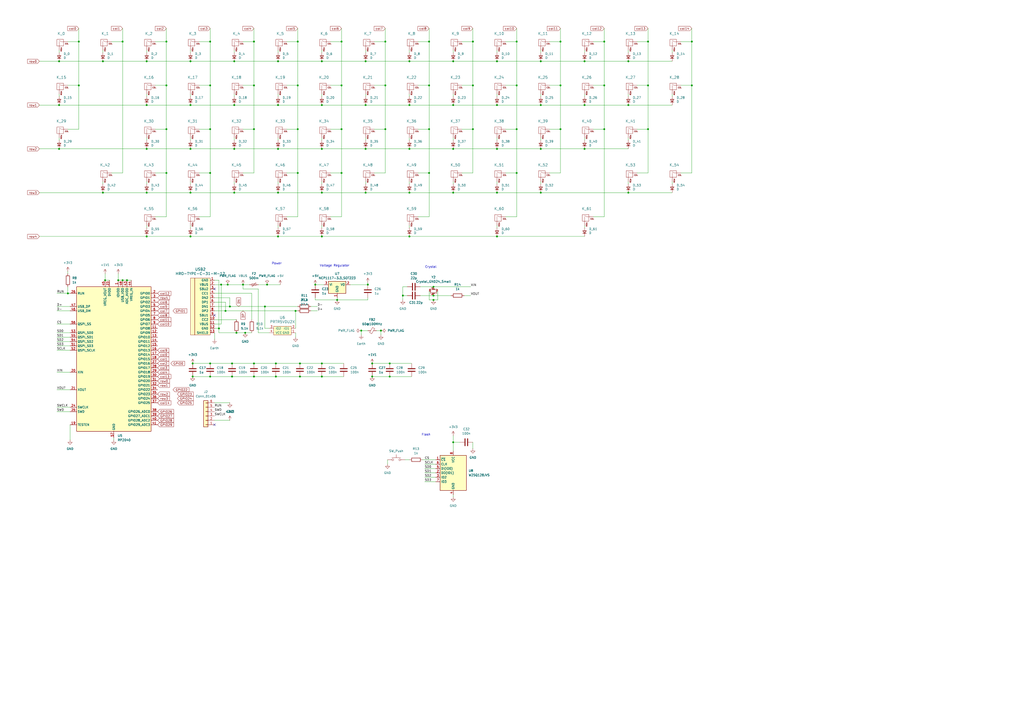
<source format=kicad_sch>
(kicad_sch (version 20231120) (generator "eeschema") (generator_version "8.0")
  (paper "A2")
  (junction (at 299.72 24.13))
  (junction (at 325.12 24.13))
  (junction (at 213.36 165.1))
  (junction (at 172.72 49.53))
  (junction (at 34.29 35.56))
  (junction (at 299.72 74.93))
  (junction (at 215.9 210.82))
  (junction (at 313.69 86.36))
  (junction (at 364.49 111.76))
  (junction (at 110.49 137.16))
  (junction (at 172.72 24.13))
  (junction (at 364.49 60.96))
  (junction (at 34.29 60.96))
  (junction (at 198.12 74.93))
  (junction (at 85.09 86.36))
  (junction (at 128.27 165.1))
  (junction (at 186.69 218.44))
  (junction (at 262.89 60.96))
  (junction (at 127 190.5))
  (junction (at 147.32 210.82))
  (junction (at 160.02 210.82))
  (junction (at 121.92 100.33))
  (junction (at 161.29 35.56))
  (junction (at 350.52 24.13))
  (junction (at 121.92 24.13))
  (junction (at 288.29 60.96))
  (junction (at 226.06 210.82))
  (junction (at 110.49 60.96))
  (junction (at 135.89 60.96))
  (junction (at 401.32 24.13))
  (junction (at 111.76 210.82))
  (junction (at 85.09 60.96))
  (junction (at 212.09 111.76))
  (junction (at 248.92 24.13))
  (junction (at 195.58 173.99))
  (junction (at 68.58 162.56))
  (junction (at 375.92 49.53))
  (junction (at 274.32 74.93))
  (junction (at 186.69 60.96))
  (junction (at 339.09 86.36))
  (junction (at 96.52 24.13))
  (junction (at 111.76 218.44))
  (junction (at 251.46 171.45))
  (junction (at 186.69 137.16))
  (junction (at 161.29 137.16))
  (junction (at 212.09 35.56))
  (junction (at 60.96 162.56))
  (junction (at 135.89 111.76))
  (junction (at 299.72 49.53))
  (junction (at 39.37 170.18))
  (junction (at 212.09 86.36))
  (junction (at 147.32 49.53))
  (junction (at 339.09 60.96))
  (junction (at 96.52 49.53))
  (junction (at 96.52 100.33))
  (junction (at 274.32 24.13))
  (junction (at 132.08 165.1))
  (junction (at 71.12 162.56))
  (junction (at 121.92 74.93))
  (junction (at 288.29 137.16))
  (junction (at 85.09 137.16))
  (junction (at 274.32 49.53))
  (junction (at 288.29 86.36))
  (junction (at 161.29 111.76))
  (junction (at 96.52 74.93))
  (junction (at 140.97 165.1))
  (junction (at 45.72 24.13))
  (junction (at 161.29 86.36))
  (junction (at 161.29 60.96))
  (junction (at 85.09 111.76))
  (junction (at 110.49 35.56))
  (junction (at 223.52 49.53))
  (junction (at 186.69 35.56))
  (junction (at 401.32 49.53))
  (junction (at 85.09 35.56))
  (junction (at 172.72 74.93))
  (junction (at 147.32 24.13))
  (junction (at 153.67 177.8))
  (junction (at 121.92 210.82))
  (junction (at 212.09 60.96))
  (junction (at 171.45 180.34))
  (junction (at 299.72 100.33))
  (junction (at 45.72 49.53))
  (junction (at 73.66 162.56))
  (junction (at 134.62 210.82))
  (junction (at 226.06 218.44))
  (junction (at 198.12 49.53))
  (junction (at 237.49 60.96))
  (junction (at 375.92 74.93))
  (junction (at 375.92 24.13))
  (junction (at 237.49 137.16))
  (junction (at 223.52 24.13))
  (junction (at 135.89 86.36))
  (junction (at 110.49 111.76))
  (junction (at 209.55 191.77))
  (junction (at 313.69 35.56))
  (junction (at 135.89 35.56))
  (junction (at 142.24 193.04))
  (junction (at 160.02 218.44))
  (junction (at 121.92 49.53))
  (junction (at 325.12 74.93))
  (junction (at 186.69 111.76))
  (junction (at 237.49 111.76))
  (junction (at 262.89 256.54))
  (junction (at 34.29 86.36))
  (junction (at 262.89 111.76))
  (junction (at 223.52 74.93))
  (junction (at 325.12 49.53))
  (junction (at 121.92 218.44))
  (junction (at 233.68 171.45))
  (junction (at 313.69 60.96))
  (junction (at 71.12 24.13))
  (junction (at 251.46 166.37))
  (junction (at 186.69 86.36))
  (junction (at 237.49 86.36))
  (junction (at 147.32 218.44))
  (junction (at 182.88 165.1))
  (junction (at 237.49 35.56))
  (junction (at 186.69 210.82))
  (junction (at 248.92 49.53))
  (junction (at 313.69 111.76))
  (junction (at 173.99 210.82))
  (junction (at 198.12 24.13))
  (junction (at 350.52 74.93))
  (junction (at 350.52 49.53))
  (junction (at 172.72 100.33))
  (junction (at 288.29 111.76))
  (junction (at 262.89 86.36))
  (junction (at 262.89 35.56))
  (junction (at 133.35 177.8))
  (junction (at 339.09 35.56))
  (junction (at 215.9 218.44))
  (junction (at 147.32 74.93))
  (junction (at 173.99 218.44))
  (junction (at 110.49 86.36))
  (junction (at 154.94 165.1))
  (junction (at 251.46 173.99))
  (junction (at 134.62 218.44))
  (junction (at 59.69 111.76))
  (junction (at 248.92 74.93))
  (junction (at 198.12 100.33))
  (junction (at 288.29 35.56))
  (junction (at 137.16 193.04))
  (junction (at 364.49 35.56))
  (junction (at 248.92 100.33))
  (junction (at 59.69 35.56))
  (junction (at 130.81 180.34))
  (junction (at 220.98 191.77))
  (no_connect (at 124.46 182.88))
  (no_connect (at 124.46 246.38))
  (no_connect (at 124.46 167.64))
  (wire (pts (xy 212.09 35.56) (xy 237.49 35.56)))
  (wire (pts (xy 110.49 86.36) (xy 135.89 86.36)))
  (wire (pts (xy 215.9 210.82) (xy 226.06 210.82)))
  (wire (pts (xy 135.89 54.61) (xy 135.89 55.88)))
  (wire (pts (xy 154.94 165.1) (xy 162.56 165.1)))
  (wire (pts (xy 254 173.99) (xy 251.46 173.99)))
  (wire (pts (xy 234.95 266.7) (xy 237.49 266.7)))
  (wire (pts (xy 262.89 111.76) (xy 288.29 111.76)))
  (wire (pts (xy 124.46 187.96) (xy 128.27 187.96)))
  (wire (pts (xy 186.69 86.36) (xy 212.09 86.36)))
  (wire (pts (xy 71.12 162.56) (xy 73.66 162.56)))
  (wire (pts (xy 223.52 74.93) (xy 223.52 49.53)))
  (wire (pts (xy 242.57 74.93) (xy 248.92 74.93)))
  (wire (pts (xy 274.32 256.54) (xy 274.32 260.35)))
  (wire (pts (xy 140.97 165.1) (xy 144.78 165.1)))
  (wire (pts (xy 237.49 60.96) (xy 262.89 60.96)))
  (wire (pts (xy 60.96 158.75) (xy 60.96 162.56)))
  (wire (pts (xy 161.29 54.61) (xy 161.29 55.88)))
  (wire (pts (xy 248.92 24.13) (xy 248.92 49.53)))
  (wire (pts (xy 318.77 100.33) (xy 325.12 100.33)))
  (wire (pts (xy 237.49 54.61) (xy 237.49 55.88)))
  (wire (pts (xy 251.46 166.37) (xy 273.05 166.37)))
  (wire (pts (xy 274.32 24.13) (xy 274.32 49.53)))
  (wire (pts (xy 147.32 24.13) (xy 147.32 49.53)))
  (wire (pts (xy 85.09 60.96) (xy 110.49 60.96)))
  (wire (pts (xy 198.12 24.13) (xy 198.12 49.53)))
  (wire (pts (xy 224.79 266.7) (xy 224.79 269.24)))
  (wire (pts (xy 33.02 236.22) (xy 40.64 236.22)))
  (wire (pts (xy 40.64 246.38) (xy 40.64 255.27)))
  (wire (pts (xy 226.06 218.44) (xy 238.76 218.44)))
  (wire (pts (xy 293.37 74.93) (xy 299.72 74.93)))
  (wire (pts (xy 288.29 35.56) (xy 313.69 35.56)))
  (wire (pts (xy 180.34 177.8) (xy 184.15 177.8)))
  (wire (pts (xy 325.12 100.33) (xy 325.12 74.93)))
  (wire (pts (xy 198.12 125.73) (xy 198.12 100.33)))
  (wire (pts (xy 59.69 35.56) (xy 85.09 35.56)))
  (wire (pts (xy 45.72 74.93) (xy 45.72 49.53)))
  (wire (pts (xy 137.16 193.04) (xy 142.24 193.04)))
  (wire (pts (xy 140.97 100.33) (xy 147.32 100.33)))
  (wire (pts (xy 248.92 168.91) (xy 248.92 173.99)))
  (wire (pts (xy 121.92 16.51) (xy 121.92 24.13)))
  (wire (pts (xy 85.09 80.01) (xy 85.09 81.28)))
  (wire (pts (xy 262.89 105.41) (xy 262.89 106.68)))
  (wire (pts (xy 220.98 191.77) (xy 220.98 194.31)))
  (wire (pts (xy 173.99 218.44) (xy 186.69 218.44)))
  (wire (pts (xy 262.89 80.01) (xy 262.89 81.28)))
  (wire (pts (xy 237.49 137.16) (xy 288.29 137.16)))
  (wire (pts (xy 149.86 193.04) (xy 156.21 193.04)))
  (wire (pts (xy 96.52 16.51) (xy 96.52 24.13)))
  (wire (pts (xy 124.46 233.68) (xy 133.35 233.68)))
  (wire (pts (xy 71.12 24.13) (xy 71.12 100.33)))
  (wire (pts (xy 237.49 29.21) (xy 237.49 30.48)))
  (wire (pts (xy 153.67 177.8) (xy 172.72 177.8)))
  (wire (pts (xy 237.49 80.01) (xy 237.49 81.28)))
  (wire (pts (xy 262.89 256.54) (xy 266.7 256.54)))
  (wire (pts (xy 33.02 198.12) (xy 40.64 198.12)))
  (wire (pts (xy 246.38 276.86) (xy 252.73 276.86)))
  (wire (pts (xy 288.29 29.21) (xy 288.29 30.48)))
  (wire (pts (xy 172.72 16.51) (xy 172.72 24.13)))
  (wire (pts (xy 339.09 130.81) (xy 339.09 132.08)))
  (wire (pts (xy 389.89 54.61) (xy 389.89 55.88)))
  (wire (pts (xy 299.72 100.33) (xy 299.72 74.93)))
  (wire (pts (xy 243.84 166.37) (xy 251.46 166.37)))
  (wire (pts (xy 242.57 125.73) (xy 248.92 125.73)))
  (wire (pts (xy 233.68 171.45) (xy 233.68 173.99)))
  (wire (pts (xy 59.69 111.76) (xy 85.09 111.76)))
  (wire (pts (xy 128.27 165.1) (xy 124.46 165.1)))
  (wire (pts (xy 124.46 172.72) (xy 133.35 172.72)))
  (wire (pts (xy 267.97 24.13) (xy 274.32 24.13)))
  (wire (pts (xy 186.69 80.01) (xy 186.69 81.28)))
  (wire (pts (xy 153.67 177.8) (xy 153.67 190.5)))
  (wire (pts (xy 313.69 29.21) (xy 313.69 30.48)))
  (wire (pts (xy 325.12 74.93) (xy 325.12 49.53)))
  (wire (pts (xy 246.38 269.24) (xy 252.73 269.24)))
  (wire (pts (xy 172.72 125.73) (xy 172.72 100.33)))
  (wire (pts (xy 288.29 86.36) (xy 313.69 86.36)))
  (wire (pts (xy 248.92 16.51) (xy 248.92 24.13)))
  (wire (pts (xy 248.92 173.99) (xy 251.46 173.99)))
  (wire (pts (xy 85.09 35.56) (xy 110.49 35.56)))
  (wire (pts (xy 246.38 279.4) (xy 252.73 279.4)))
  (wire (pts (xy 85.09 29.21) (xy 85.09 30.48)))
  (wire (pts (xy 182.88 173.99) (xy 195.58 173.99)))
  (wire (pts (xy 68.58 162.56) (xy 71.12 162.56)))
  (wire (pts (xy 64.77 24.13) (xy 71.12 24.13)))
  (wire (pts (xy 161.29 111.76) (xy 186.69 111.76)))
  (wire (pts (xy 110.49 29.21) (xy 110.49 30.48)))
  (wire (pts (xy 364.49 29.21) (xy 364.49 30.48)))
  (wire (pts (xy 344.17 125.73) (xy 350.52 125.73)))
  (wire (pts (xy 325.12 16.51) (xy 325.12 24.13)))
  (wire (pts (xy 161.29 29.21) (xy 161.29 30.48)))
  (wire (pts (xy 212.09 111.76) (xy 237.49 111.76)))
  (wire (pts (xy 299.72 24.13) (xy 299.72 49.53)))
  (wire (pts (xy 226.06 210.82) (xy 238.76 210.82)))
  (wire (pts (xy 293.37 125.73) (xy 299.72 125.73)))
  (wire (pts (xy 339.09 54.61) (xy 339.09 55.88)))
  (wire (pts (xy 124.46 180.34) (xy 130.81 180.34)))
  (wire (pts (xy 147.32 74.93) (xy 147.32 49.53)))
  (wire (pts (xy 236.22 171.45) (xy 233.68 171.45)))
  (wire (pts (xy 127 162.56) (xy 127 190.5)))
  (wire (pts (xy 288.29 105.41) (xy 288.29 106.68)))
  (wire (pts (xy 39.37 170.18) (xy 40.64 170.18)))
  (wire (pts (xy 191.77 74.93) (xy 198.12 74.93)))
  (wire (pts (xy 34.29 29.21) (xy 34.29 30.48)))
  (wire (pts (xy 198.12 100.33) (xy 198.12 74.93)))
  (wire (pts (xy 147.32 210.82) (xy 160.02 210.82)))
  (wire (pts (xy 161.29 130.81) (xy 161.29 132.08)))
  (wire (pts (xy 134.62 210.82) (xy 147.32 210.82)))
  (wire (pts (xy 147.32 16.51) (xy 147.32 24.13)))
  (wire (pts (xy 191.77 125.73) (xy 198.12 125.73)))
  (wire (pts (xy 110.49 111.76) (xy 135.89 111.76)))
  (wire (pts (xy 248.92 125.73) (xy 248.92 100.33)))
  (wire (pts (xy 135.89 111.76) (xy 161.29 111.76)))
  (wire (pts (xy 318.77 74.93) (xy 325.12 74.93)))
  (wire (pts (xy 242.57 100.33) (xy 248.92 100.33)))
  (wire (pts (xy 85.09 54.61) (xy 85.09 55.88)))
  (wire (pts (xy 124.46 175.26) (xy 130.81 175.26)))
  (wire (pts (xy 233.68 166.37) (xy 233.68 171.45)))
  (wire (pts (xy 217.17 24.13) (xy 223.52 24.13)))
  (wire (pts (xy 350.52 125.73) (xy 350.52 74.93)))
  (wire (pts (xy 313.69 35.56) (xy 339.09 35.56)))
  (wire (pts (xy 339.09 80.01) (xy 339.09 81.28)))
  (wire (pts (xy 59.69 29.21) (xy 59.69 30.48)))
  (wire (pts (xy 127 190.5) (xy 124.46 190.5)))
  (wire (pts (xy 262.89 29.21) (xy 262.89 30.48)))
  (wire (pts (xy 212.09 29.21) (xy 212.09 30.48)))
  (wire (pts (xy 186.69 35.56) (xy 212.09 35.56)))
  (wire (pts (xy 288.29 54.61) (xy 288.29 55.88)))
  (wire (pts (xy 313.69 111.76) (xy 364.49 111.76)))
  (wire (pts (xy 110.49 105.41) (xy 110.49 106.68)))
  (wire (pts (xy 401.32 16.51) (xy 401.32 24.13)))
  (wire (pts (xy 209.55 191.77) (xy 209.55 194.31)))
  (wire (pts (xy 124.46 162.56) (xy 127 162.56)))
  (wire (pts (xy 288.29 137.16) (xy 339.09 137.16)))
  (wire (pts (xy 115.57 125.73) (xy 121.92 125.73)))
  (wire (pts (xy 293.37 100.33) (xy 299.72 100.33)))
  (wire (pts (xy 90.17 74.93) (xy 96.52 74.93)))
  (wire (pts (xy 34.29 35.56) (xy 59.69 35.56)))
  (wire (pts (xy 90.17 125.73) (xy 96.52 125.73)))
  (wire (pts (xy 274.32 100.33) (xy 274.32 74.93)))
  (wire (pts (xy 195.58 172.72) (xy 195.58 173.99)))
  (wire (pts (xy 186.69 105.41) (xy 186.69 106.68)))
  (wire (pts (xy 267.97 74.93) (xy 274.32 74.93)))
  (wire (pts (xy 186.69 130.81) (xy 186.69 132.08)))
  (wire (pts (xy 153.67 190.5) (xy 156.21 190.5)))
  (wire (pts (xy 344.17 74.93) (xy 350.52 74.93)))
  (wire (pts (xy 171.45 180.34) (xy 172.72 180.34)))
  (wire (pts (xy 262.89 86.36) (xy 288.29 86.36)))
  (wire (pts (xy 213.36 163.83) (xy 213.36 165.1)))
  (wire (pts (xy 146.05 170.18) (xy 146.05 185.42)))
  (wire (pts (xy 33.02 238.76) (xy 40.64 238.76)))
  (wire (pts (xy 364.49 111.76) (xy 389.89 111.76)))
  (wire (pts (xy 161.29 86.36) (xy 186.69 86.36)))
  (wire (pts (xy 213.36 191.77) (xy 209.55 191.77)))
  (wire (pts (xy 254 168.91) (xy 254 173.99)))
  (wire (pts (xy 110.49 137.16) (xy 161.29 137.16)))
  (wire (pts (xy 299.72 125.73) (xy 299.72 100.33)))
  (wire (pts (xy 191.77 49.53) (xy 198.12 49.53)))
  (wire (pts (xy 85.09 86.36) (xy 110.49 86.36)))
  (wire (pts (xy 130.81 180.34) (xy 171.45 180.34)))
  (wire (pts (xy 166.37 24.13) (xy 172.72 24.13)))
  (wire (pts (xy 237.49 111.76) (xy 262.89 111.76)))
  (wire (pts (xy 299.72 16.51) (xy 299.72 24.13)))
  (wire (pts (xy 369.57 24.13) (xy 375.92 24.13)))
  (wire (pts (xy 166.37 74.93) (xy 172.72 74.93)))
  (wire (pts (xy 198.12 16.51) (xy 198.12 24.13)))
  (wire (pts (xy 223.52 24.13) (xy 223.52 49.53)))
  (wire (pts (xy 191.77 100.33) (xy 198.12 100.33)))
  (wire (pts (xy 135.89 35.56) (xy 161.29 35.56)))
  (wire (pts (xy 115.57 74.93) (xy 121.92 74.93)))
  (wire (pts (xy 172.72 24.13) (xy 172.72 49.53)))
  (wire (pts (xy 274.32 16.51) (xy 274.32 24.13)))
  (wire (pts (xy 203.2 165.1) (xy 213.36 165.1)))
  (wire (pts (xy 33.02 180.34) (xy 40.64 180.34)))
  (wire (pts (xy 124.46 185.42) (xy 137.16 185.42)))
  (wire (pts (xy 166.37 49.53) (xy 172.72 49.53)))
  (wire (pts (xy 339.09 29.21) (xy 339.09 30.48)))
  (wire (pts (xy 375.92 16.51) (xy 375.92 24.13)))
  (wire (pts (xy 242.57 24.13) (xy 248.92 24.13)))
  (wire (pts (xy 132.08 165.1) (xy 140.97 165.1)))
  (wire (pts (xy 288.29 60.96) (xy 313.69 60.96)))
  (wire (pts (xy 262.89 60.96) (xy 288.29 60.96)))
  (wire (pts (xy 369.57 49.53) (xy 375.92 49.53)))
  (wire (pts (xy 59.69 105.41) (xy 59.69 106.68)))
  (wire (pts (xy 90.17 49.53) (xy 96.52 49.53)))
  (wire (pts (xy 246.38 271.78) (xy 252.73 271.78)))
  (wire (pts (xy 215.9 218.44) (xy 226.06 218.44)))
  (wire (pts (xy 186.69 60.96) (xy 212.09 60.96)))
  (wire (pts (xy 130.81 175.26) (xy 130.81 180.34)))
  (wire (pts (xy 134.62 218.44) (xy 147.32 218.44)))
  (wire (pts (xy 39.37 74.93) (xy 45.72 74.93)))
  (wire (pts (xy 245.11 266.7) (xy 252.73 266.7)))
  (wire (pts (xy 339.09 60.96) (xy 364.49 60.96)))
  (wire (pts (xy 274.32 74.93) (xy 274.32 49.53)))
  (wire (pts (xy 121.92 218.44) (xy 134.62 218.44)))
  (wire (pts (xy 133.35 172.72) (xy 133.35 177.8)))
  (wire (pts (xy 45.72 16.51) (xy 45.72 24.13)))
  (wire (pts (xy 39.37 166.37) (xy 39.37 170.18)))
  (wire (pts (xy 142.24 193.04) (xy 146.05 193.04)))
  (wire (pts (xy 147.32 100.33) (xy 147.32 74.93)))
  (wire (pts (xy 64.77 100.33) (xy 71.12 100.33)))
  (wire (pts (xy 318.77 49.53) (xy 325.12 49.53)))
  (wire (pts (xy 39.37 24.13) (xy 45.72 24.13)))
  (wire (pts (xy 364.49 105.41) (xy 364.49 106.68)))
  (wire (pts (xy 288.29 130.81) (xy 288.29 132.08)))
  (wire (pts (xy 267.97 49.53) (xy 274.32 49.53)))
  (wire (pts (xy 85.09 111.76) (xy 110.49 111.76)))
  (wire (pts (xy 325.12 24.13) (xy 325.12 49.53)))
  (wire (pts (xy 22.86 111.76) (xy 59.69 111.76)))
  (wire (pts (xy 34.29 80.01) (xy 34.29 81.28)))
  (wire (pts (xy 33.02 215.9) (xy 40.64 215.9)))
  (wire (pts (xy 313.69 86.36) (xy 339.09 86.36)))
  (wire (pts (xy 124.46 243.84) (xy 133.35 243.84)))
  (wire (pts (xy 34.29 60.96) (xy 85.09 60.96)))
  (wire (pts (xy 85.09 105.41) (xy 85.09 106.68)))
  (wire (pts (xy 127 193.04) (xy 137.16 193.04)))
  (wire (pts (xy 133.35 177.8) (xy 153.67 177.8)))
  (wire (pts (xy 33.02 195.58) (xy 40.64 195.58)))
  (wire (pts (xy 212.09 86.36) (xy 237.49 86.36)))
  (wire (pts (xy 313.69 105.41) (xy 313.69 106.68)))
  (wire (pts (xy 110.49 80.01) (xy 110.49 81.28)))
  (wire (pts (xy 160.02 210.82) (xy 173.99 210.82)))
  (wire (pts (xy 180.34 180.34) (xy 184.15 180.34)))
  (wire (pts (xy 186.69 29.21) (xy 186.69 30.48)))
  (wire (pts (xy 375.92 74.93) (xy 375.92 49.53)))
  (wire (pts (xy 115.57 100.33) (xy 121.92 100.33)))
  (wire (pts (xy 237.49 130.81) (xy 237.49 132.08)))
  (wire (pts (xy 212.09 54.61) (xy 212.09 55.88)))
  (wire (pts (xy 237.49 35.56) (xy 262.89 35.56)))
  (wire (pts (xy 128.27 187.96) (xy 128.27 165.1)))
  (wire (pts (xy 124.46 193.04) (xy 124.46 196.85)))
  (wire (pts (xy 115.57 49.53) (xy 121.92 49.53)))
  (wire (pts (xy 262.89 252.73) (xy 262.89 256.54)))
  (wire (pts (xy 39.37 157.48) (xy 39.37 158.75)))
  (wire (pts (xy 288.29 111.76) (xy 313.69 111.76)))
  (wire (pts (xy 33.02 203.2) (xy 40.64 203.2)))
  (wire (pts (xy 121.92 210.82) (xy 134.62 210.82)))
  (wire (pts (xy 299.72 74.93) (xy 299.72 49.53)))
  (wire (pts (xy 288.29 80.01) (xy 288.29 81.28)))
  (wire (pts (xy 71.12 16.51) (xy 71.12 24.13)))
  (wire (pts (xy 90.17 24.13) (xy 96.52 24.13)))
  (wire (pts (xy 369.57 74.93) (xy 375.92 74.93)))
  (wire (pts (xy 339.09 86.36) (xy 364.49 86.36)))
  (wire (pts (xy 140.97 49.53) (xy 147.32 49.53)))
  (wire (pts (xy 364.49 54.61) (xy 364.49 55.88)))
  (wire (pts (xy 161.29 137.16) (xy 186.69 137.16)))
  (wire (pts (xy 85.09 130.81) (xy 85.09 132.08)))
  (wire (pts (xy 110.49 130.81) (xy 110.49 132.08)))
  (wire (pts (xy 96.52 74.93) (xy 96.52 49.53)))
  (wire (pts (xy 223.52 16.51) (xy 223.52 24.13)))
  (wire (pts (xy 251.46 171.45) (xy 261.62 171.45)))
  (wire (pts (xy 166.37 125.73) (xy 172.72 125.73)))
  (wire (pts (xy 33.02 187.96) (xy 40.64 187.96)))
  (wire (pts (xy 172.72 74.93) (xy 172.72 49.53)))
  (wire (pts (xy 269.24 171.45) (xy 273.05 171.45)))
  (wire (pts (xy 161.29 105.41) (xy 161.29 106.68)))
  (wire (pts (xy 212.09 105.41) (xy 212.09 106.68)))
  (wire (pts (xy 186.69 137.16) (xy 237.49 137.16)))
  (wire (pts (xy 217.17 74.93) (xy 223.52 74.93)))
  (wire (pts (xy 375.92 100.33) (xy 375.92 74.93)))
  (wire (pts (xy 33.02 177.8) (xy 40.64 177.8)))
  (wire (pts (xy 149.86 193.04) (xy 149.86 167.64)))
  (wire (pts (xy 401.32 100.33) (xy 401.32 49.53)))
  (wire (pts (xy 369.57 100.33) (xy 375.92 100.33)))
  (wire (pts (xy 195.58 173.99) (xy 213.36 173.99)))
  (wire (pts (xy 135.89 60.96) (xy 161.29 60.96)))
  (wire (pts (xy 318.77 24.13) (xy 325.12 24.13)))
  (wire (pts (xy 90.17 100.33) (xy 96.52 100.33)))
  (wire (pts (xy 171.45 180.34) (xy 171.45 190.5)))
  (wire (pts (xy 124.46 177.8) (xy 133.35 177.8)))
  (wire (pts (xy 161.29 80.01) (xy 161.29 81.28)))
  (wire (pts (xy 73.66 162.56) (xy 76.2 162.56)))
  (wire (pts (xy 186.69 54.61) (xy 186.69 55.88)))
  (wire (pts (xy 140.97 74.93) (xy 147.32 74.93)))
  (wire (pts (xy 135.89 29.21) (xy 135.89 30.48)))
  (wire (pts (xy 186.69 210.82) (xy 199.39 210.82)))
  (wire (pts (xy 364.49 80.01) (xy 364.49 81.28)))
  (wire (pts (xy 262.89 256.54) (xy 262.89 261.62)))
  (wire (pts (xy 394.97 24.13) (xy 401.32 24.13)))
  (wire (pts (xy 389.89 29.21) (xy 389.89 30.48)))
  (wire (pts (xy 344.17 49.53) (xy 350.52 49.53)))
  (wire (pts (xy 33.02 193.04) (xy 40.64 193.04)))
  (wire (pts (xy 135.89 86.36) (xy 161.29 86.36)))
  (wire (pts (xy 149.86 165.1) (xy 154.94 165.1)))
  (wire (pts (xy 135.89 105.41) (xy 135.89 106.68)))
  (wire (pts (xy 313.69 60.96) (xy 339.09 60.96)))
  (wire (pts (xy 160.02 218.44) (xy 173.99 218.44)))
  (wire (pts (xy 191.77 24.13) (xy 198.12 24.13)))
  (wire (pts (xy 217.17 100.33) (xy 223.52 100.33)))
  (wire (pts (xy 248.92 100.33) (xy 248.92 74.93)))
  (wire (pts (xy 237.49 86.36) (xy 262.89 86.36)))
  (wire (pts (xy 293.37 49.53) (xy 299.72 49.53)))
  (wire (pts (xy 394.97 100.33) (xy 401.32 100.33)))
  (wire (pts (xy 364.49 35.56) (xy 389.89 35.56)))
  (wire (pts (xy 237.49 105.41) (xy 237.49 106.68)))
  (wire (pts (xy 171.45 193.04) (xy 171.45 195.58)))
  (wire (pts (xy 39.37 49.53) (xy 45.72 49.53)))
  (wire (pts (xy 172.72 100.33) (xy 172.72 74.93)))
  (wire (pts (xy 161.29 35.56) (xy 186.69 35.56)))
  (wire (pts (xy 161.29 60.96) (xy 186.69 60.96)))
  (wire (pts (xy 267.97 100.33) (xy 274.32 100.33)))
  (wire (pts (xy 115.57 24.13) (xy 121.92 24.13)))
  (wire (pts (xy 389.89 105.41) (xy 389.89 106.68)))
  (wire (pts (xy 293.37 24.13) (xy 299.72 24.13)))
  (wire (pts (xy 111.76 218.44) (xy 121.92 218.44)))
  (wire (pts (xy 364.49 60.96) (xy 389.89 60.96)))
  (wire (pts (xy 339.09 35.56) (xy 364.49 35.56)))
  (wire (pts (xy 350.52 16.51) (xy 350.52 24.13)))
  (wire (pts (xy 218.44 191.77) (xy 220.98 191.77)))
  (wire (pts (xy 344.17 24.13) (xy 350.52 24.13)))
  (wire (pts (xy 350.52 24.13) (xy 350.52 49.53)))
  (wire (pts (xy 22.86 35.56) (xy 34.29 35.56)))
  (wire (pts (xy 394.97 49.53) (xy 401.32 49.53)))
  (wire (pts (xy 128.27 165.1) (xy 132.08 165.1)))
  (wire (pts (xy 34.29 86.36) (xy 85.09 86.36)))
  (wire (pts (xy 262.89 35.56) (xy 288.29 35.56)))
  (wire (pts (xy 127 190.5) (xy 127 193.04)))
  (wire (pts (xy 124.46 170.18) (xy 146.05 170.18)))
  (wire (pts (xy 182.88 172.72) (xy 182.88 173.99)))
  (wire (pts (xy 121.92 125.73) (xy 121.92 100.33)))
  (wire (pts (xy 110.49 54.61) (xy 110.49 55.88)))
  (wire (pts (xy 217.17 49.53) (xy 223.52 49.53)))
  (wire (pts (xy 350.52 74.93) (xy 350.52 49.53)))
  (wire (pts (xy 110.49 60.96) (xy 135.89 60.96)))
  (wire (pts (xy 212.09 80.01) (xy 212.09 81.28)))
  (wire (pts (xy 111.76 210.82) (xy 121.92 210.82)))
  (wire (pts (xy 198.12 74.93) (xy 198.12 49.53)))
  (wire (pts (xy 33.02 226.06) (xy 40.64 226.06)))
  (wire (pts (xy 375.92 24.13) (xy 375.92 49.53)))
  (wire (pts (xy 96.52 125.73) (xy 96.52 100.33)))
  (wire (pts (xy 121.92 74.93) (xy 121.92 49.53)))
  (wire (pts (xy 22.86 86.36) (xy 34.29 86.36)))
  (wire (pts (xy 262.89 54.61) (xy 262.89 55.88)))
  (wire (pts (xy 22.86 60.96) (xy 34.29 60.96)))
  (wire (pts (xy 140.97 24.13) (xy 147.32 24.13)))
  (wire (pts (xy 121.92 100.33) (xy 121.92 74.93)))
  (wire (pts (xy 149.86 167.64) (xy 140.97 167.64)))
  (wire (pts (xy 45.72 24.13) (xy 45.72 49.53)))
  (wire (pts (xy 242.57 49.53) (xy 248.92 49.53)))
  (wire (pts (xy 66.04 254) (xy 66.04 255.27)))
  (wire (pts (xy 213.36 172.72) (xy 213.36 173.99)))
  (wire (pts (xy 33.02 200.66) (xy 40.64 200.66)))
  (wire (pts (xy 186.69 111.76) (xy 212.09 111.76)))
  (wire (pts (xy 68.58 158.75) (xy 68.58 162.56)))
  (wire (pts (xy 33.02 170.18) (xy 39.37 170.18)))
  (wire (pts (xy 186.69 218.44) (xy 199.39 218.44)))
  (wire (pts (xy 223.52 100.33) (xy 223.52 74.93)))
  (wire (pts (xy 147.32 218.44) (xy 160.02 218.44)))
  (wire (pts (xy 96.52 24.13) (xy 96.52 49.53)))
  (wire (pts (xy 173.99 210.82) (xy 186.69 210.82)))
  (wire (pts (xy 313.69 54.61) (xy 313.69 55.88)))
  (wire (pts (xy 246.38 274.32) (xy 252.73 274.32)))
  (wire (pts (xy 313.69 80.01) (xy 313.69 81.28)))
  (wire (pts (xy 60.96 162.56) (xy 63.5 162.56)))
  (wire (pts (xy 96.52 100.33) (xy 96.52 74.93)))
  (wire (pts (xy 121.92 24.13) (xy 121.92 49.53)))
  (wire (pts (xy 262.89 287.02) (xy 262.89 288.29)))
  (wire (pts (xy 212.09 60.96) (xy 237.49 60.96)))
  (wire (pts (xy 135.89 80.01) (xy 135.89 81.28)))
  (wire (pts (xy 236.22 166.37) (xy 233.68 166.37)))
  (wire (pts (xy 187.96 165.1) (xy 182.88 165.1)))
  (wire (pts (xy 243.84 171.45) (xy 251.46 171.45)))
  (wire (pts (xy 110.49 35.56) (xy 135.89 35.56)))
  (wire (pts (xy 85.09 137.16) (xy 110.49 137.16)))
  (wire (pts (xy 34.29 54.61) (xy 34.29 55.88)))
  (wire (pts (xy 166.37 100.33) (xy 172.72 100.33)))
  (wire (pts (xy 248.92 74.93) (xy 248.92 49.53)))
  (wire (pts (xy 140.97 167.64) (xy 140.97 165.1)))
  (wire (pts (xy 401.32 24.13) (xy 401.32 49.53)))
  (wire (pts (xy 22.86 137.16) (xy 85.09 137.16)))
  (text "Flash" (at 247.142 252.222 0) (effects (font (size 1.27 1.27))))
  (text "Power" (at 160.528 152.908 0) (effects (font (size 1.27 1.27))))
  (text "Crystal" (at 249.936 154.94 0) (effects (font (size 1.27 1.27))))
  (text "Voltage Regulator" (at 194.056 154.178 0) (effects (font (size 1.27 1.27))))
  (label "XOUT" (at 33.02 226.06 0))
  (label "SCLK" (at 246.38 269.24 0))
  (label "D+" (at 184.15 180.34 0))
  (label "XOUT" (at 273.05 171.45 0))
  (label "XIN" (at 33.02 215.9 0))
  (label "RUN" (at 124.46 236.22 0))
  (label "SD0" (at 246.38 271.78 0))
  (label "SWD" (at 33.02 238.76 0))
  (label "SD2" (at 33.02 198.12 0))
  (label "RUN" (at 33.02 170.18 0))
  (label "SD2" (at 246.38 276.86 0))
  (label "CS" (at 246.38 266.7 0))
  (label "XIN" (at 273.05 166.37 0))
  (label "SD3" (at 33.02 200.66 0))
  (label "SCLK" (at 33.02 203.2 0))
  (label "SWD" (at 124.46 238.76 0))
  (label "SWCLK" (at 33.02 236.22 0))
  (label "SD1" (at 246.38 274.32 0))
  (label "D-" (at 33.02 180.34 0))
  (label "SD1" (at 33.02 195.58 0))
  (label "SWCLK" (at 124.46 241.3 0))
  (label "SD0" (at 33.02 193.04 0))
  (label "D+" (at 33.02 177.8 0))
  (label "D-" (at 184.15 177.8 0))
  (label "SD3" (at 246.38 279.4 0))
  (label "CS" (at 33.02 187.96 0))
  (global_label "GPIO23" (shape input) (at 102.87 228.6 0) (property "Intersheetrefs" "${INTERSHEET_REFS}" (effects (hide yes))))
  (global_label "GPIO1" (shape input) (at 100.33 180.34 0) (property "Intersheetrefs" "${INTERSHEET_REFS}" (effects (hide yes))))
  (global_label "GPIO25" (shape input) (at 102.87 233.68 0) (property "Intersheetrefs" "${INTERSHEET_REFS}" (effects (hide yes))))
  (global_label "row4" (shape input) (at 22.86 137.16 180) (property "Intersheetrefs" "${INTERSHEET_REFS}" (effects (hide yes))))
  (global_label "col3" (shape input) (at 121.92 16.51 180) (property "Intersheetrefs" "${INTERSHEET_REFS}" (effects (hide yes))))
  (global_label "col1" (shape input) (at 91.44 208.28 0) (property "Intersheetrefs" "${INTERSHEET_REFS}" (effects (hide yes))))
  (global_label "col12" (shape input) (at 91.44 170.18 0) (property "Intersheetrefs" "${INTERSHEET_REFS}" (effects (hide yes))))
  (global_label "col11" (shape input) (at 91.44 185.42 0) (property "Intersheetrefs" "${INTERSHEET_REFS}" (effects (hide yes))))
  (global_label "col10" (shape input) (at 91.44 187.96 0) (property "Intersheetrefs" "${INTERSHEET_REFS}" (effects (hide yes))))
  (global_label "col13" (shape input) (at 375.92 16.51 180) (property "Intersheetrefs" "${INTERSHEET_REFS}" (effects (hide yes))))
  (global_label "col0" (shape input) (at 45.72 16.51 180) (property "Intersheetrefs" "${INTERSHEET_REFS}" (effects (hide yes))))
  (global_label "GPIO22" (shape input) (at 100.33 226.06 0) (property "Intersheetrefs" "${INTERSHEET_REFS}" (effects (hide yes))))
  (global_label "DN" (shape input) (at 138.43 177.8 90) (property "Intersheetrefs" "${INTERSHEET_REFS}" (effects (hide yes))))
  (global_label "col12" (shape input) (at 350.52 16.51 180) (property "Intersheetrefs" "${INTERSHEET_REFS}" (effects (hide yes))))
  (global_label "row2" (shape input) (at 91.44 228.6 0) (property "Intersheetrefs" "${INTERSHEET_REFS}" (effects (hide yes))))
  (global_label "col6" (shape input) (at 91.44 175.26 0) (property "Intersheetrefs" "${INTERSHEET_REFS}" (effects (hide yes))))
  (global_label "GPIO24" (shape input) (at 102.87 231.14 0) (property "Intersheetrefs" "${INTERSHEET_REFS}" (effects (hide yes))))
  (global_label "col14" (shape input) (at 91.44 233.68 0) (property "Intersheetrefs" "${INTERSHEET_REFS}" (effects (hide yes))))
  (global_label "row2" (shape input) (at 22.86 86.36 180) (property "Intersheetrefs" "${INTERSHEET_REFS}" (effects (hide yes))))
  (global_label "col9" (shape input) (at 91.44 203.2 0) (property "Intersheetrefs" "${INTERSHEET_REFS}" (effects (hide yes))))
  (global_label "row0" (shape input) (at 91.44 220.98 0) (property "Intersheetrefs" "${INTERSHEET_REFS}" (effects (hide yes))))
  (global_label "GPIO0" (shape input) (at 99.06 210.82 0) (property "Intersheetrefs" "${INTERSHEET_REFS}" (effects (hide yes))))
  (global_label "col0" (shape input) (at 91.44 205.74 0) (property "Intersheetrefs" "${INTERSHEET_REFS}" (effects (hide yes))))
  (global_label "DP" (shape input) (at 140.97 180.34 270) (property "Intersheetrefs" "${INTERSHEET_REFS}" (effects (hide yes))))
  (global_label "row4" (shape input) (at 91.44 172.72 0) (property "Intersheetrefs" "${INTERSHEET_REFS}" (effects (hide yes))))
  (global_label "col5" (shape input) (at 172.72 16.51 180) (property "Intersheetrefs" "${INTERSHEET_REFS}" (effects (hide yes))))
  (global_label "row3" (shape input) (at 91.44 231.14 0) (property "Intersheetrefs" "${INTERSHEET_REFS}" (effects (hide yes))))
  (global_label "row1" (shape input) (at 22.86 60.96 180) (property "Intersheetrefs" "${INTERSHEET_REFS}" (effects (hide yes))))
  (global_label "col4" (shape input) (at 91.44 215.9 0) (property "Intersheetrefs" "${INTERSHEET_REFS}" (effects (hide yes))))
  (global_label "col10" (shape input) (at 299.72 16.51 180) (property "Intersheetrefs" "${INTERSHEET_REFS}" (effects (hide yes))))
  (global_label "col3" (shape input) (at 91.44 213.36 0) (property "Intersheetrefs" "${INTERSHEET_REFS}" (effects (hide yes))))
  (global_label "row0" (shape input) (at 22.86 35.56 180) (property "Intersheetrefs" "${INTERSHEET_REFS}" (effects (hide yes))))
  (global_label "GPIO28" (shape input) (at 91.44 243.84 0) (property "Intersheetrefs" "${INTERSHEET_REFS}" (effects (hide yes))))
  (global_label "GPIO29" (shape input) (at 91.44 246.38 0) (property "Intersheetrefs" "${INTERSHEET_REFS}" (effects (hide yes))))
  (global_label "col7" (shape input) (at 223.52 16.51 180) (property "Intersheetrefs" "${INTERSHEET_REFS}" (effects (hide yes))))
  (global_label "col5" (shape input) (at 91.44 177.8 0) (property "Intersheetrefs" "${INTERSHEET_REFS}" (effects (hide yes))))
  (global_label "col8" (shape input) (at 91.44 182.88 0) (property "Intersheetrefs" "${INTERSHEET_REFS}" (effects (hide yes))))
  (global_label "row1" (shape input) (at 91.44 223.52 0) (property "Intersheetrefs" "${INTERSHEET_REFS}" (effects (hide yes))))
  (global_label "col8" (shape input) (at 248.92 16.51 180) (property "Intersheetrefs" "${INTERSHEET_REFS}" (effects (hide yes))))
  (global_label "GPIO26" (shape input) (at 91.44 238.76 0) (property "Intersheetrefs" "${INTERSHEET_REFS}" (effects (hide yes))))
  (global_label "col6" (shape input) (at 198.12 16.51 180) (property "Intersheetrefs" "${INTERSHEET_REFS}" (effects (hide yes))))
  (global_label "col11" (shape input) (at 325.12 16.51 180) (property "Intersheetrefs" "${INTERSHEET_REFS}" (effects (hide yes))))
  (global_label "col14" (shape input) (at 401.32 16.51 180) (property "Intersheetrefs" "${INTERSHEET_REFS}" (effects (hide yes))))
  (global_label "col7" (shape input) (at 91.44 180.34 0) (property "Intersheetrefs" "${INTERSHEET_REFS}" (effects (hide yes))))
  (global_label "col4" (shape input) (at 147.32 16.51 180) (property "Intersheetrefs" "${INTERSHEET_REFS}" (effects (hide yes))))
  (global_label "col1" (shape input) (at 71.12 16.51 180) (property "Intersheetrefs" "${INTERSHEET_REFS}" (effects (hide yes))))
  (global_label "col9" (shape input) (at 274.32 16.51 180) (property "Intersheetrefs" "${INTERSHEET_REFS}" (effects (hide yes))))
  (global_label "GPIO27" (shape input) (at 91.44 241.3 0) (property "Intersheetrefs" "${INTERSHEET_REFS}" (effects (hide yes))))
  (global_label "col13" (shape input) (at 91.44 218.44 0) (property "Intersheetrefs" "${INTERSHEET_REFS}" (effects (hide yes))))
  (global_label "row3" (shape input) (at 22.86 111.76 180) (property "Intersheetrefs" "${INTERSHEET_REFS}" (effects (hide yes))))
  (global_label "col2" (shape input) (at 91.44 210.82 0) (property "Intersheetrefs" "${INTERSHEET_REFS}" (effects (hide yes))))
  (global_label "col2" (shape input) (at 96.52 16.51 180) (property "Intersheetrefs" "${INTERSHEET_REFS}" (effects (hide yes))))
  (symbol (lib_id "MX_Alps_Hybrid:MX-NoLED") (at 162.56 50.8 0) (unit 1)
    (property "Reference" "K_19" (at 162.56 44.8818 0) (effects (font (size 1.524 1.524))))
    (property "Value" "KEYSW" (effects (hide yes)))
    (property "Footprint" "PCM_Switch_Keyboard_Hotswap_Kailh:SW_Hotswap_Kailh_Choc_V1V2" (effects (hide yes)))
  )
  (symbol (lib_id "power:GND") (at 171.45 195.58 0) (unit 1)
    (property "Reference" "#PWR039" (effects (hide yes)))
    (property "Value" "GND" (at 171.45 200.66 0))
    (property "Description" "Power symbol creates a global label with name \"GND\" , ground" (effects (hide yes)))
  )
  (symbol (lib_id "MX_Alps_Hybrid:MX-NoLED") (at 238.76 25.4 0) (unit 1)
    (property "Reference" "K_8" (at 238.76 19.4818 0) (effects (font (size 1.524 1.524))))
    (property "Value" "KEYSW" (effects (hide yes)))
    (property "Footprint" "PCM_Switch_Keyboard_Hotswap_Kailh:SW_Hotswap_Kailh_Choc_V1V2" (effects (hide yes)))
  )
  (symbol (lib_id "MX_Alps_Hybrid:MX-NoLED") (at 264.16 50.8 0) (unit 1)
    (property "Reference" "K_23" (at 264.16 44.8818 0) (effects (font (size 1.524 1.524))))
    (property "Value" "KEYSW" (effects (hide yes)))
    (property "Footprint" "PCM_Switch_Keyboard_Hotswap_Kailh:SW_Hotswap_Kailh_Choc_V1V2" (effects (hide yes)))
  )
  (symbol (lib_id "Device:D_Small") (at 110.49 33.02 90) (unit 1)
    (property "Reference" "D_3" (at 113.03 31.242 90) (effects (justify right)))
    (property "Value" "D" (at 113.03 33.528 90) (effects (justify right)))
    (property "Footprint" "Diode_SMD:D_SOD-323" (effects (hide yes)))
  )
  (symbol (lib_id "Device:D_Small") (at 161.29 33.02 90) (unit 1)
    (property "Reference" "D_5" (at 163.83 31.242 90) (effects (justify right)))
    (property "Value" "D" (at 163.83 33.528 90) (effects (justify right)))
    (property "Footprint" "Diode_SMD:D_SOD-323" (effects (hide yes)))
  )
  (symbol (lib_id "Device:D_Small") (at 288.29 33.02 90) (unit 1)
    (property "Reference" "D_10" (at 290.83 31.242 90) (effects (justify right)))
    (property "Value" "D" (at 290.83 33.528 90) (effects (justify right)))
    (property "Footprint" "Diode_SMD:D_SOD-323" (effects (hide yes)))
  )
  (symbol (lib_id "Device:D_Small") (at 135.89 83.82 90) (unit 1)
    (property "Reference" "D_32" (at 138.43 82.042 90) (effects (justify right)))
    (property "Value" "D" (at 138.43 84.328 90) (effects (justify right)))
    (property "Footprint" "Diode_SMD:D_SOD-323" (effects (hide yes)))
  )
  (symbol (lib_id "Device:D_Small") (at 110.49 109.22 90) (unit 1)
    (property "Reference" "D_44" (at 113.03 107.442 90) (effects (justify right)))
    (property "Value" "D" (at 113.03 109.728 90) (effects (justify right)))
    (property "Footprint" "Diode_SMD:D_SOD-323" (effects (hide yes)))
  )
  (symbol (lib_id "power:+3V3") (at 262.89 252.73 0) (unit 1)
    (property "Reference" "#PWR050" (effects (hide yes)))
    (property "Value" "+3V3" (at 262.89 247.65 0))
    (property "Description" "Power symbol creates a global label with name \"+3V3\"" (effects (hide yes)))
  )
  (symbol (lib_id "Device:D_Small") (at 110.49 58.42 90) (unit 1)
    (property "Reference" "D_17" (at 113.03 56.642 90) (effects (justify right)))
    (property "Value" "D" (at 113.03 58.928 90) (effects (justify right)))
    (property "Footprint" "Diode_SMD:D_SOD-323" (effects (hide yes)))
  )
  (symbol (lib_id "MX_Alps_Hybrid:MX-NoLED") (at 340.36 127 0) (unit 1)
    (property "Reference" "K_61" (at 340.36 121.0818 0) (effects (font (size 1.524 1.524))))
    (property "Value" "KEYSW" (effects (hide yes)))
    (property "Footprint" "PCM_Switch_Keyboard_Hotswap_Kailh:SW_Hotswap_Kailh_Choc_V1V2" (effects (hide yes)))
  )
  (symbol (lib_id "MX_Alps_Hybrid:MX-NoLED") (at 111.76 50.8 0) (unit 1)
    (property "Reference" "K_17" (at 111.76 44.8818 0) (effects (font (size 1.524 1.524))))
    (property "Value" "KEYSW" (effects (hide yes)))
    (property "Footprint" "PCM_Switch_Keyboard_Hotswap_Kailh:SW_Hotswap_Kailh_Choc_V1V2" (effects (hide yes)))
  )
  (symbol (lib_id "Device:D_Small") (at 339.09 134.62 90) (unit 1)
    (property "Reference" "D_61" (at 341.63 132.842 90) (effects (justify right)))
    (property "Value" "D" (at 341.63 135.128 90) (effects (justify right)))
    (property "Footprint" "Diode_SMD:D_SOD-323" (effects (hide yes)))
  )
  (symbol (lib_id "Device:D_Small") (at 313.69 109.22 90) (unit 1)
    (property "Reference" "D_52" (at 316.23 107.442 90) (effects (justify right)))
    (property "Value" "D" (at 316.23 109.728 90) (effects (justify right)))
    (property "Footprint" "Diode_SMD:D_SOD-323" (effects (hide yes)))
  )
  (symbol (lib_id "power:+5V") (at 162.56 165.1 0) (unit 1)
    (property "Reference" "#PWR038" (effects (hide yes)))
    (property "Value" "+5V" (at 162.56 160.02 0))
    (property "Description" "Power symbol creates a global label with name \"+5V\"" (effects (hide yes)))
  )
  (symbol (lib_id "MX_Alps_Hybrid:MX-NoLED") (at 137.16 101.6 0) (unit 1)
    (property "Reference" "K_45" (at 137.16 95.6818 0) (effects (font (size 1.524 1.524))))
    (property "Value" "KEYSW" (effects (hide yes)))
    (property "Footprint" "PCM_Switch_Keyboard_Hotswap_Kailh:SW_Hotswap_Kailh_Choc_V1V2" (effects (hide yes)))
  )
  (symbol (lib_id "MX_Alps_Hybrid:MX-NoLED") (at 391.16 25.4 0) (unit 1)
    (property "Reference" "K_14" (at 391.16 19.4818 0) (effects (font (size 1.524 1.524))))
    (property "Value" "KEYSW" (effects (hide yes)))
    (property "Footprint" "PCM_Switch_Keyboard_Hotswap_Kailh:SW_Hotswap_Kailh_Choc_V1V2" (effects (hide yes)))
  )
  (symbol (lib_id "MX_Alps_Hybrid:MX-NoLED") (at 86.36 127 0) (unit 1)
    (property "Reference" "K_55" (at 86.36 121.0818 0) (effects (font (size 1.524 1.524))))
    (property "Value" "KEYSW" (effects (hide yes)))
    (property "Footprint" "PCM_Switch_Keyboard_Hotswap_Kailh:SW_Hotswap_Kailh_Choc_V1V2" (effects (hide yes)))
  )
  (symbol (lib_id "Device:C") (at 182.88 168.91 0) (unit 1)
    (property "Reference" "C23" (at 186.69 167.6399 0) (effects (justify left)))
    (property "Value" "1u" (at 186.69 170.1799 0) (effects (justify left)))
    (property "Footprint" "Capacitor_SMD:C_0402_1005Metric" (effects (hide yes)))
    (property "Description" "Unpolarized capacitor" (effects (hide yes)))
    (property "JLCPCB Part" "C52923" (effects (hide yes)))
  )
  (symbol (lib_id "MX_Alps_Hybrid:MX-NoLED") (at 289.56 25.4 0) (unit 1)
    (property "Reference" "K_10" (at 289.56 19.4818 0) (effects (font (size 1.524 1.524))))
    (property "Value" "KEYSW" (effects (hide yes)))
    (property "Footprint" "PCM_Switch_Keyboard_Hotswap_Kailh:SW_Hotswap_Kailh_Choc_V1V2" (effects (hide yes)))
  )
  (symbol (lib_id "Device:D_Small") (at 212.09 58.42 90) (unit 1)
    (property "Reference" "D_21" (at 214.63 56.642 90) (effects (justify right)))
    (property "Value" "D" (at 214.63 58.928 90) (effects (justify right)))
    (property "Footprint" "Diode_SMD:D_SOD-323" (effects (hide yes)))
  )
  (symbol (lib_id "MX_Alps_Hybrid:MX-NoLED") (at 162.56 25.4 0) (unit 1)
    (property "Reference" "K_5" (at 162.56 19.4818 0) (effects (font (size 1.524 1.524))))
    (property "Value" "KEYSW" (effects (hide yes)))
    (property "Footprint" "PCM_Switch_Keyboard_Hotswap_Kailh:SW_Hotswap_Kailh_Choc_V1V2" (effects (hide yes)))
  )
  (symbol (lib_id "Device:D_Small") (at 135.89 58.42 90) (unit 1)
    (property "Reference" "D_18" (at 138.43 56.642 90) (effects (justify right)))
    (property "Value" "D" (at 138.43 58.928 90) (effects (justify right)))
    (property "Footprint" "Diode_SMD:D_SOD-323" (effects (hide yes)))
  )
  (symbol (lib_id "MX_Alps_Hybrid:MX-NoLED") (at 365.76 76.2 0) (unit 1)
    (property "Reference" "K_41" (at 365.76 70.2818 0) (effects (font (size 1.524 1.524))))
    (property "Value" "KEYSW" (effects (hide yes)))
    (property "Footprint" "PCM_Switch_Keyboard_Hotswap_Kailh:SW_Hotswap_Kailh_Choc_V1V2" (effects (hide yes)))
  )
  (symbol (lib_id "Device:D_Small") (at 161.29 58.42 90) (unit 1)
    (property "Reference" "D_19" (at 163.83 56.642 90) (effects (justify right)))
    (property "Value" "D" (at 163.83 58.928 90) (effects (justify right)))
    (property "Footprint" "Diode_SMD:D_SOD-323" (effects (hide yes)))
  )
  (symbol (lib_id "Device:D_Small") (at 237.49 33.02 90) (unit 1)
    (property "Reference" "D_8" (at 240.03 31.242 90) (effects (justify right)))
    (property "Value" "D" (at 240.03 33.528 90) (effects (justify right)))
    (property "Footprint" "Diode_SMD:D_SOD-323" (effects (hide yes)))
  )
  (symbol (lib_id "Device:R") (at 265.43 171.45 90) (unit 1)
    (property "Reference" "R14" (at 265.43 165.1 90))
    (property "Value" "1k" (at 265.43 167.64 90))
    (property "Footprint" "Resistor_SMD:R_0402_1005Metric" (effects (hide yes)))
    (property "Description" "Resistor" (effects (hide yes)))
    (property "JLCPCB Part" "C11702" (effects (hide yes)))
  )
  (symbol (lib_id "Device:R") (at 176.53 180.34 270) (unit 1)
    (property "Reference" "R12" (at 176.53 173.99 90))
    (property "Value" "27.4" (at 176.53 176.53 90))
    (property "Footprint" "Resistor_SMD:R_0402_1005Metric" (effects (hide yes)))
    (property "Description" "Resistor" (effects (hide yes)))
    (property "JLCPCB Part" "C274349" (effects (hide yes)))
  )
  (symbol (lib_id "power:GND") (at 40.64 255.27 0) (unit 1)
    (property "Reference" "#PWR028" (effects (hide yes)))
    (property "Value" "GND" (at 40.64 260.35 0))
    (property "Description" "Power symbol creates a global label with name \"GND\" , ground" (effects (hide yes)))
  )
  (symbol (lib_id "MX_Alps_Hybrid:MX-NoLED") (at 187.96 25.4 0) (unit 1)
    (property "Reference" "K_6" (at 187.96 19.4818 0) (effects (font (size 1.524 1.524))))
    (property "Value" "KEYSW" (effects (hide yes)))
    (property "Footprint" "PCM_Switch_Keyboard_Hotswap_Kailh:SW_Hotswap_Kailh_Choc_V1V2" (effects (hide yes)))
  )
  (symbol (lib_id "Device:D_Small") (at 237.49 109.22 90) (unit 1)
    (property "Reference" "D_49" (at 240.03 107.442 90) (effects (justify right)))
    (property "Value" "D" (at 240.03 109.728 90) (effects (justify right)))
    (property "Footprint" "Diode_SMD:D_SOD-323" (effects (hide yes)))
  )
  (symbol (lib_id "power:+3V3") (at 213.36 163.83 0) (unit 1)
    (property "Reference" "#PWR043" (effects (hide yes)))
    (property "Value" "+3V3" (at 213.36 158.75 0))
    (property "Description" "Power symbol creates a global label with name \"+3V3\"" (effects (hide yes)))
  )
  (symbol (lib_id "Device:FerriteBead_Small") (at 215.9 191.77 90) (unit 1)
    (property "Reference" "FB2" (at 215.8619 185.42 90))
    (property "Value" "60@100MHz" (at 215.8619 187.96 90))
    (property "Footprint" "Inductor_SMD:L_0603_1608Metric" (effects (hide yes)))
    (property "Description" "Ferrite bead, small symbol" (effects (hide yes)))
    (property "JLCPCB Part" "C14709" (effects (hide yes)))
  )
  (symbol (lib_id "power:Earth") (at 209.55 194.31 0) (unit 1)
    (property "Reference" "#PWR042" (effects (hide yes)))
    (property "Value" "Earth" (at 209.55 199.39 0))
    (property "Description" "Power symbol creates a global label with name \"Earth\"" (effects (hide yes)))
  )
  (symbol (lib_id "Device:D_Small") (at 161.29 134.62 90) (unit 1)
    (property "Reference" "D_57" (at 163.83 132.842 90) (effects (justify right)))
    (property "Value" "D" (at 163.83 135.128 90) (effects (justify right)))
    (property "Footprint" "Diode_SMD:D_SOD-323" (effects (hide yes)))
  )
  (symbol (lib_id "Device:D_Small") (at 212.09 83.82 90) (unit 1)
    (property "Reference" "D_35" (at 214.63 82.042 90) (effects (justify right)))
    (property "Value" "D" (at 214.63 84.328 90) (effects (justify right)))
    (property "Footprint" "Diode_SMD:D_SOD-323" (effects (hide yes)))
  )
  (symbol (lib_id "MX_Alps_Hybrid:MX-NoLED") (at 314.96 101.6 0) (unit 1)
    (property "Reference" "K_52" (at 314.96 95.6818 0) (effects (font (size 1.524 1.524))))
    (property "Value" "KEYSW" (effects (hide yes)))
    (property "Footprint" "PCM_Switch_Keyboard_Hotswap_Kailh:SW_Hotswap_Kailh_Choc_V1V2" (effects (hide yes)))
  )
  (symbol (lib_id "power:+5V") (at 182.88 165.1 0) (unit 1)
    (property "Reference" "#PWR040" (effects (hide yes)))
    (property "Value" "+5V" (at 182.88 160.02 0))
    (property "Description" "Power symbol creates a global label with name \"+5V\"" (effects (hide yes)))
  )
  (symbol (lib_id "power:+3V3") (at 39.37 157.48 0) (unit 1)
    (property "Reference" "#PWR027" (effects (hide yes)))
    (property "Value" "+3V3" (at 39.37 152.4 0))
    (property "Description" "Power symbol creates a global label with name \"+3V3\"" (effects (hide yes)))
  )
  (symbol (lib_id "Device:D_Small") (at 186.69 33.02 90) (unit 1)
    (property "Reference" "D_6" (at 189.23 31.242 90) (effects (justify right)))
    (property "Value" "D" (at 189.23 33.528 90) (effects (justify right)))
    (property "Footprint" "Diode_SMD:D_SOD-323" (effects (hide yes)))
  )
  (symbol (lib_id "MX_Alps_Hybrid:MX-NoLED") (at 340.36 50.8 0) (unit 1)
    (property "Reference" "K_26" (at 340.36 44.8818 0) (effects (font (size 1.524 1.524))))
    (property "Value" "KEYSW" (effects (hide yes)))
    (property "Footprint" "PCM_Switch_Keyboard_Hotswap_Kailh:SW_Hotswap_Kailh_Choc_V1V2" (effects (hide yes)))
  )
  (symbol (lib_id "Device:D_Small") (at 186.69 83.82 90) (unit 1)
    (property "Reference" "D_34" (at 189.23 82.042 90) (effects (justify right)))
    (property "Value" "D" (at 189.23 84.328 90) (effects (justify right)))
    (property "Footprint" "Diode_SMD:D_SOD-323" (effects (hide yes)))
  )
  (symbol (lib_id "power:GND") (at 224.79 269.24 0) (unit 1)
    (property "Reference" "#PWR047" (effects (hide yes)))
    (property "Value" "GND" (at 224.79 274.32 0))
    (property "Description" "Power symbol creates a global label with name \"GND\" , ground" (effects (hide yes)))
  )
  (symbol (lib_id "Device:D_Small") (at 85.09 134.62 90) (unit 1)
    (property "Reference" "D_55" (at 87.63 132.842 90) (effects (justify right)))
    (property "Value" "D" (at 87.63 135.128 90) (effects (justify right)))
    (property "Footprint" "Diode_SMD:D_SOD-323" (effects (hide yes)))
  )
  (symbol (lib_id "Device:D_Small") (at 288.29 58.42 90) (unit 1)
    (property "Reference" "D_24" (at 290.83 56.642 90) (effects (justify right)))
    (property "Value" "D" (at 290.83 58.928 90) (effects (justify right)))
    (property "Footprint" "Diode_SMD:D_SOD-323" (effects (hide yes)))
  )
  (symbol (lib_id "Device:D_Small") (at 262.89 58.42 90) (unit 1)
    (property "Reference" "D_23" (at 265.43 56.642 90) (effects (justify right)))
    (property "Value" "D" (at 265.43 58.928 90) (effects (justify right)))
    (property "Footprint" "Diode_SMD:D_SOD-323" (effects (hide yes)))
  )
  (symbol (lib_id "Device:D_Small") (at 389.89 58.42 90) (unit 1)
    (property "Reference" "D_28" (at 392.43 56.642 90) (effects (justify right)))
    (property "Value" "D" (at 392.43 58.928 90) (effects (justify right)))
    (property "Footprint" "Diode_SMD:D_SOD-323" (effects (hide yes)))
  )
  (symbol (lib_id "Device:C") (at 213.36 168.91 0) (unit 1)
    (property "Reference" "C26" (at 217.17 167.6399 0) (effects (justify left)))
    (property "Value" "1u" (at 217.17 170.1799 0) (effects (justify left)))
    (property "Footprint" "Capacitor_SMD:C_0402_1005Metric" (effects (hide yes)))
    (property "Description" "Unpolarized capacitor" (effects (hide yes)))
    (property "JLCPCB Part" "C52923" (effects (hide yes)))
  )
  (symbol (lib_id "Device:C") (at 186.69 214.63 0) (unit 1)
    (property "Reference" "C24" (at 190.5 213.3599 0) (effects (justify left)))
    (property "Value" "100n" (at 190.5 215.8999 0) (effects (justify left)))
    (property "Footprint" "Capacitor_SMD:C_0402_1005Metric" (effects (hide yes)))
    (property "Description" "Unpolarized capacitor" (effects (hide yes)))
    (property "JLCPCB Part" "C14663" (effects (hide yes)))
  )
  (symbol (lib_id "power:GND") (at 66.04 255.27 0) (unit 1)
    (property "Reference" "#PWR030" (effects (hide yes)))
    (property "Value" "GND" (at 66.04 260.35 0))
    (property "Description" "Power symbol creates a global label with name \"GND\" , ground" (effects (hide yes)))
  )
  (symbol (lib_id "MX_Alps_Hybrid:MX-NoLED") (at 314.96 25.4 0) (unit 1)
    (property "Reference" "K_11" (at 314.96 19.4818 0) (effects (font (size 1.524 1.524))))
    (property "Value" "KEYSW" (effects (hide yes)))
    (property "Footprint" "PCM_Switch_Keyboard_Hotswap_Kailh:SW_Hotswap_Kailh_Choc_V1V2" (effects (hide yes)))
  )
  (symbol (lib_id "Device:C") (at 199.39 214.63 0) (unit 1)
    (property "Reference" "C25" (at 203.2 213.3599 0) (effects (justify left)))
    (property "Value" "100n" (at 203.2 215.8999 0) (effects (justify left)))
    (property "Footprint" "Capacitor_SMD:C_0402_1005Metric" (effects (hide yes)))
    (property "Description" "Unpolarized capacitor" (effects (hide yes)))
    (property "JLCPCB Part" "C14663" (effects (hide yes)))
  )
  (symbol (lib_id "MX_Alps_Hybrid:MX-NoLED") (at 213.36 50.8 0) (unit 1)
    (property "Reference" "K_21" (at 213.36 44.8818 0) (effects (font (size 1.524 1.524))))
    (property "Value" "KEYSW" (effects (hide yes)))
    (property "Footprint" "PCM_Switch_Keyboard_Hotswap_Kailh:SW_Hotswap_Kailh_Choc_V1V2" (effects (hide yes)))
  )
  (symbol (lib_id "MX_Alps_Hybrid:MX-NoLED") (at 238.76 50.8 0) (unit 1)
    (property "Reference" "K_22" (at 238.76 44.8818 0) (effects (font (size 1.524 1.524))))
    (property "Value" "KEYSW" (effects (hide yes)))
    (property "Footprint" "PCM_Switch_Keyboard_Hotswap_Kailh:SW_Hotswap_Kailh_Choc_V1V2" (effects (hide yes)))
  )
  (symbol (lib_id "MX_Alps_Hybrid:MX-NoLED") (at 340.36 76.2 0) (unit 1)
    (property "Reference" "K_40" (at 340.36 70.2818 0) (effects (font (size 1.524 1.524))))
    (property "Value" "KEYSW" (effects (hide yes)))
    (property "Footprint" "PCM_Switch_Keyboard_Hotswap_Kailh:SW_Hotswap_Kailh_Choc_V1V2" (effects (hide yes)))
  )
  (symbol (lib_id "Device:D_Small") (at 288.29 109.22 90) (unit 1)
    (property "Reference" "D_51" (at 290.83 107.442 90) (effects (justify right)))
    (property "Value" "D" (at 290.83 109.728 90) (effects (justify right)))
    (property "Footprint" "Diode_SMD:D_SOD-323" (effects (hide yes)))
  )
  (symbol (lib_id "power:GND") (at 220.98 194.31 0) (unit 1)
    (property "Reference" "#PWR046" (effects (hide yes)))
    (property "Value" "GND" (at 220.98 199.39 0))
    (property "Description" "Power symbol creates a global label with name \"GND\" , ground" (effects (hide yes)))
  )
  (symbol (lib_id "MX_Alps_Hybrid:MX-NoLED") (at 187.96 76.2 0) (unit 1)
    (property "Reference" "K_34" (at 187.96 70.2818 0) (effects (font (size 1.524 1.524))))
    (property "Value" "KEYSW" (effects (hide yes)))
    (property "Footprint" "PCM_Switch_Keyboard_Hotswap_Kailh:SW_Hotswap_Kailh_Choc_V1V2" (effects (hide yes)))
  )
  (symbol (lib_id "MCU_RaspberryPi:RP2040") (at 66.04 208.28 0) (unit 1)
    (property "Reference" "U5" (at 68.2341 252.73 0) (effects (justify left)))
    (property "Value" "RP2040" (at 68.2341 255.27 0) (effects (justify left)))
    (property "Footprint" "Package_DFN_QFN:QFN-56-1EP_7x7mm_P0.4mm_EP3.2x3.2mm" (effects (hide yes)))
    (property "Datasheet" "https://datasheets.raspberrypi.com/rp2040/rp2040-datasheet.pdf" (effects (hide yes)))
    (property "Description" "A microcontroller by Raspberry Pi" (effects (hide yes)))
    (property "JLCPCB Part" "C2040" (effects (hide yes)))
  )
  (symbol (lib_id "power:VBUS") (at 140.97 165.1 0) (unit 1)
    (property "Reference" "#PWR037" (effects (hide yes)))
    (property "Value" "VBUS" (at 140.97 160.02 0))
    (property "Description" "Power symbol creates a global label with name \"VBUS\"" (effects (hide yes)))
  )
  (symbol (lib_id "power:GND") (at 233.68 173.99 0) (unit 1)
    (property "Reference" "#PWR048" (effects (hide yes)))
    (property "Value" "GND" (at 233.68 179.07 0))
    (property "Description" "Power symbol creates a global label with name \"GND\" , ground" (effects (hide yes)))
  )
  (symbol (lib_id "MX_Alps_Hybrid:MX-NoLED") (at 162.56 127 0) (unit 1)
    (property "Reference" "K_57" (at 162.56 121.0818 0) (effects (font (size 1.524 1.524))))
    (property "Value" "KEYSW" (effects (hide yes)))
    (property "Footprint" "PCM_Switch_Keyboard_Hotswap_Kailh:SW_Hotswap_Kailh_Choc_V1V2" (effects (hide yes)))
  )
  (symbol (lib_id "MX_Alps_Hybrid:MX-NoLED") (at 238.76 76.2 0) (unit 1)
    (property "Reference" "K_36" (at 238.76 70.2818 0) (effects (font (size 1.524 1.524))))
    (property "Value" "KEYSW" (effects (hide yes)))
    (property "Footprint" "PCM_Switch_Keyboard_Hotswap_Kailh:SW_Hotswap_Kailh_Choc_V1V2" (effects (hide yes)))
  )
  (symbol (lib_id "power:GND") (at 262.89 288.29 0) (unit 1)
    (property "Reference" "#PWR051" (effects (hide yes)))
    (property "Value" "GND" (at 262.89 293.37 0))
    (property "Description" "Power symbol creates a global label with name \"GND\" , ground" (effects (hide yes)))
  )
  (symbol (lib_id "Device:D_Small") (at 389.89 109.22 90) (unit 1)
    (property "Reference" "D_54" (at 392.43 107.442 90) (effects (justify right)))
    (property "Value" "D" (at 392.43 109.728 90) (effects (justify right)))
    (property "Footprint" "Diode_SMD:D_SOD-323" (effects (hide yes)))
  )
  (symbol (lib_id "Device:D_Small") (at 389.89 33.02 90) (unit 1)
    (property "Reference" "D_14" (at 392.43 31.242 90) (effects (justify right)))
    (property "Value" "D" (at 392.43 33.528 90) (effects (justify right)))
    (property "Footprint" "Diode_SMD:D_SOD-323" (effects (hide yes)))
  )
  (symbol (lib_id "Device:D_Small") (at 135.89 33.02 90) (unit 1)
    (property "Reference" "D_4" (at 138.43 31.242 90) (effects (justify right)))
    (property "Value" "D" (at 138.43 33.528 90) (effects (justify right)))
    (property "Footprint" "Diode_SMD:D_SOD-323" (effects (hide yes)))
  )
  (symbol (lib_id "Device:D_Small") (at 161.29 83.82 90) (unit 1)
    (property "Reference" "D_33" (at 163.83 82.042 90) (effects (justify right)))
    (property "Value" "D" (at 163.83 84.328 90) (effects (justify right)))
    (property "Footprint" "Diode_SMD:D_SOD-323" (effects (hide yes)))
  )
  (symbol (lib_id "MX_Alps_Hybrid:MX-NoLED") (at 35.56 76.2 0) (unit 1)
    (property "Reference" "K_29" (at 35.56 70.2818 0) (effects (font (size 1.524 1.524))))
    (property "Value" "KEYSW" (effects (hide yes)))
    (property "Footprint" "PCM_Switch_Keyboard_Hotswap_Kailh:SW_Hotswap_Kailh_Choc_V1V2" (effects (hide yes)))
  )
  (symbol (lib_id "power:PWR_FLAG") (at 132.08 165.1 0) (unit 1)
    (property "Reference" "#FLG05" (effects (hide yes)))
    (property "Value" "PWR_FLAG" (at 132.08 160.02 0))
    (property "Description" "Special symbol for telling ERC where power comes from" (effects (hide yes)))
  )
  (symbol (lib_id "MX_Alps_Hybrid:MX-NoLED") (at 391.16 50.8 0) (unit 1)
    (property "Reference" "K_28" (at 391.16 44.8818 0) (effects (font (size 1.524 1.524))))
    (property "Value" "KEYSW" (effects (hide yes)))
    (property "Footprint" "PCM_Switch_Keyboard_Hotswap_Kailh:SW_Hotswap_Kailh_Choc_V1V2" (effects (hide yes)))
  )
  (symbol (lib_id "MX_Alps_Hybrid:MX-NoLED") (at 289.56 50.8 0) (unit 1)
    (property "Reference" "K_24" (at 289.56 44.8818 0) (effects (font (size 1.524 1.524))))
    (property "Value" "KEYSW" (effects (hide yes)))
    (property "Footprint" "PCM_Switch_Keyboard_Hotswap_Kailh:SW_Hotswap_Kailh_Choc_V1V2" (effects (hide yes)))
  )
  (symbol (lib_id "random-keyboard-parts:PRTR5V0U2X") (at 163.83 191.77 180) (unit 1)
    (property "Reference" "U6" (at 163.83 184.15 0) (effects (font (size 1.524 1.524))))
    (property "Value" "PRTR5V0U2X" (at 163.83 186.69 0) (effects (font (size 1.524 1.524))))
    (property "Footprint" "Package_TO_SOT_SMD:SOT-143" (effects (hide yes)))
    (property "JLCPCB Part" "C2827688" (effects (hide yes)))
  )
  (symbol (lib_id "Device:D_Small") (at 85.09 83.82 90) (unit 1)
    (property "Reference" "D_30" (at 87.63 82.042 90) (effects (justify right)))
    (property "Value" "D" (at 87.63 84.328 90) (effects (justify right)))
    (property "Footprint" "Diode_SMD:D_SOD-323" (effects (hide yes)))
  )
  (symbol (lib_id "Device:R") (at 176.53 177.8 90) (unit 1)
    (property "Reference" "R11" (at 176.53 171.45 90))
    (property "Value" "27.4" (at 176.53 173.99 90))
    (property "Footprint" "Resistor_SMD:R_0402_1005Metric" (effects (hide yes)))
    (property "Description" "Resistor" (effects (hide yes)))
    (property "JLCPCB Part" "C274349" (effects (hide yes)))
  )
  (symbol (lib_id "Device:D_Small") (at 364.49 33.02 90) (unit 1)
    (property "Reference" "D_13" (at 367.03 31.242 90) (effects (justify right)))
    (property "Value" "D" (at 367.03 33.528 90) (effects (justify right)))
    (property "Footprint" "Diode_SMD:D_SOD-323" (effects (hide yes)))
  )
  (symbol (lib_id "Device:D_Small") (at 59.69 109.22 90) (unit 1)
    (property "Reference" "D_42" (at 62.23 107.442 90) (effects (justify right)))
    (property "Value" "D" (at 62.23 109.728 90) (effects (justify right)))
    (property "Footprint" "Diode_SMD:D_SOD-323" (effects (hide yes)))
  )
  (symbol (lib_id "MX_Alps_Hybrid:MX-NoLED") (at 187.96 101.6 0) (unit 1)
    (property "Reference" "K_47" (at 187.96 95.6818 0) (effects (font (size 1.524 1.524))))
    (property "Value" "KEYSW" (effects (hide yes)))
    (property "Footprint" "PCM_Switch_Keyboard_Hotswap_Kailh:SW_Hotswap_Kailh_Choc_V1V2" (effects (hide yes)))
  )
  (symbol (lib_id "Device:D_Small") (at 364.49 58.42 90) (unit 1)
    (property "Reference" "D_27" (at 367.03 56.642 90) (effects (justify right)))
    (property "Value" "D" (at 367.03 58.928 90) (effects (justify right)))
    (property "Footprint" "Diode_SMD:D_SOD-323" (effects (hide yes)))
  )
  (symbol (lib_id "MX_Alps_Hybrid:MX-NoLED") (at 60.96 101.6 0) (unit 1)
    (property "Reference" "K_42" (at 60.96 95.6818 0) (effects (font (size 1.524 1.524))))
    (property "Value" "KEYSW" (effects (hide yes)))
    (property "Footprint" "PCM_Switch_Keyboard_Hotswap_Kailh:SW_Hotswap_Kailh_Choc_V1V2" (effects (hide yes)))
  )
  (symbol (lib_id "Device:Crystal_GND24_Small") (at 251.46 168.91 270) (unit 1)
    (property "Reference" "Y2" (at 251.46 160.782 90))
    (property "Value" "Crystal_GND24_Small" (at 251.46 163.322 90))
    (property "Footprint" "Crystal:Crystal_SMD_3225-4Pin_3.2x2.5mm" (effects (hide yes)))
    (property "Description" "Four pin crystal, GND on pins 2 and 4, small symbol" (effects (hide yes)))
    (property "JLCPCB Part" "C9002" (effects (hide yes)))
  )
  (symbol (lib_id "Device:D_Small") (at 135.89 109.22 90) (unit 1)
    (property "Reference" "D_45" (at 138.43 107.442 90) (effects (justify right)))
    (property "Value" "D" (at 138.43 109.728 90) (effects (justify right)))
    (property "Footprint" "Diode_SMD:D_SOD-323" (effects (hide yes)))
  )
  (symbol (lib_id "power:GND") (at 133.35 233.68 0) (unit 1)
    (property "Reference" "#PWR035" (effects (hide yes)))
    (property "Value" "GND" (at 133.35 238.76 0))
    (property "Description" "Power symbol creates a global label with name \"GND\" , ground" (effects (hide yes)))
  )
  (symbol (lib_id "Device:D_Small") (at 237.49 134.62 90) (unit 1)
    (property "Reference" "D_59" (at 240.03 132.842 90) (effects (justify right)))
    (property "Value" "D" (at 240.03 135.128 90) (effects (justify right)))
    (property "Footprint" "Diode_SMD:D_SOD-323" (effects (hide yes)))
  )
  (symbol (lib_id "Connector_Generic:Conn_01x06") (at 119.38 241.3 180) (unit 1)
    (property "Reference" "J2" (at 119.38 227.33 0))
    (property "Value" "Conn_01x06" (at 119.38 229.87 0))
    (property "Footprint" "random-keyboard-parts:Reset_Pretty-Mask" (effects (hide yes)))
    (property "Description" "Generic connector, single row, 01x06, script generated (kicad-library-utils/schlib/autogen/connector/)" (effects (hide yes)))
  )
  (symbol (lib_id "MX_Alps_Hybrid:MX-NoLED") (at 264.16 25.4 0) (unit 1)
    (property "Reference" "K_9" (at 264.16 19.4818 0) (effects (font (size 1.524 1.524))))
    (property "Value" "KEYSW" (effects (hide yes)))
    (property "Footprint" "PCM_Switch_Keyboard_Hotswap_Kailh:SW_Hotswap_Kailh_Choc_V1V2" (effects (hide yes)))
  )
  (symbol (lib_id "power:+1V1") (at 60.96 158.75 0) (unit 1)
    (property "Reference" "#PWR029" (effects (hide yes)))
    (property "Value" "+1V1" (at 60.96 153.67 0))
    (property "Description" "Power symbol creates a global label with name \"+1V1\"" (effects (hide yes)))
  )
  (symbol (lib_id "MX_Alps_Hybrid:MX-NoLED") (at 213.36 25.4 0) (unit 1)
    (property "Reference" "K_7" (at 213.36 19.4818 0) (effects (font (size 1.524 1.524))))
    (property "Value" "KEYSW" (effects (hide yes)))
    (property "Footprint" "PCM_Switch_Keyboard_Hotswap_Kailh:SW_Hotswap_Kailh_Choc_V1V2" (effects (hide yes)))
  )
  (symbol (lib_id "MX_Alps_Hybrid:MX-NoLED") (at 365.76 50.8 0) (unit 1)
    (property "Reference" "K_27" (at 365.76 44.8818 0) (effects (font (size 1.524 1.524))))
    (property "Value" "KEYSW" (effects (hide yes)))
    (property "Footprint" "PCM_Switch_Keyboard_Hotswap_Kailh:SW_Hotswap_Kailh_Choc_V1V2" (effects (hide yes)))
  )
  (symbol (lib_id "MX_Alps_Hybrid:MX-NoLED") (at 111.76 127 0) (unit 1)
    (property "Reference" "K_56" (at 111.76 121.0818 0) (effects (font (size 1.524 1.524))))
    (property "Value" "KEYSW" (effects (hide yes)))
    (property "Footprint" "PCM_Switch_Keyboard_Hotswap_Kailh:SW_Hotswap_Kailh_Choc_V1V2" (effects (hide yes)))
  )
  (symbol (lib_id "Device:D_Small") (at 339.09 58.42 90) (unit 1)
    (property "Reference" "D_26" (at 341.63 56.642 90) (effects (justify right)))
    (property "Value" "D" (at 341.63 58.928 90) (effects (justify right)))
    (property "Footprint" "Diode_SMD:D_SOD-323" (effects (hide yes)))
  )
  (symbol (lib_id "Device:D_Small") (at 288.29 134.62 90) (unit 1)
    (property "Reference" "D_60" (at 290.83 132.842 90) (effects (justify right)))
    (property "Value" "D" (at 290.83 135.128 90) (effects (justify right)))
    (property "Footprint" "Diode_SMD:D_SOD-323" (effects (hide yes)))
  )
  (symbol (lib_id "Memory_Flash:W25Q128JVS") (at 262.89 274.32 0) (unit 1)
    (property "Reference" "U8" (at 271.78 273.0499 0) (effects (justify left)))
    (property "Value" "W25Q128JVS" (at 271.78 275.5899 0) (effects (justify left)))
    (property "Footprint" "Package_SO:SOIC-8_5.23x5.23mm_P1.27mm" (effects (hide yes)))
    (property "Datasheet" "https://www.winbond.com/resource-files/w25q128jv_dtr%20revc%2003272018%20plus.pdf" (effects (hide yes)))
    (property "Description" "128Mb Serial Flash Memory, Standard/Dual/Quad SPI, SOIC-8" (effects (hide yes)))
    (property "JLCPCB Part" "C82317" (effects (hide yes)))
  )
  (symbol (lib_id "MX_Alps_Hybrid:MX-NoLED") (at 137.16 25.4 0) (unit 1)
    (property "Reference" "K_4" (at 137.16 19.4818 0) (effects (font (size 1.524 1.524))))
    (property "Value" "KEYSW" (effects (hide yes)))
    (property "Footprint" "PCM_Switch_Keyboard_Hotswap_Kailh:SW_Hotswap_Kailh_Choc_V1V2" (effects (hide yes)))
  )
  (symbol (lib_id "power:GND") (at 142.24 193.04 0) (unit 1)
    (property "Reference" "#PWR02" (effects (hide yes)))
    (property "Value" "GND" (at 142.24 198.12 0))
    (property "Description" "Power symbol creates a global label with name \"GND\" , ground" (effects (hide yes)))
  )
  (symbol (lib_id "Device:D_Small") (at 262.89 109.22 90) (unit 1)
    (property "Reference" "D_50" (at 265.43 107.442 90) (effects (justify right)))
    (property "Value" "D" (at 265.43 109.728 90) (effects (justify right)))
    (property "Footprint" "Diode_SMD:D_SOD-323" (effects (hide yes)))
  )
  (symbol (lib_id "power:GND") (at 111.76 218.44 0) (unit 1)
    (property "Reference" "#PWR033" (effects (hide yes)))
    (property "Value" "GND" (at 111.76 223.52 0))
    (property "Description" "Power symbol creates a global label with name \"GND\" , ground" (effects (hide yes)))
  )
  (symbol (lib_id "power:+3V3") (at 68.58 158.75 0) (unit 1)
    (property "Reference" "#PWR031" (effects (hide yes)))
    (property "Value" "+3V3" (at 68.58 153.67 0))
    (property "Description" "Power symbol creates a global label with name \"+3V3\"" (effects (hide yes)))
  )
  (symbol (lib_id "MX_Alps_Hybrid:MX-NoLED") (at 365.76 25.4 0) (unit 1)
    (property "Reference" "K_13" (at 365.76 19.4818 0) (effects (font (size 1.524 1.524))))
    (property "Value" "KEYSW" (effects (hide yes)))
    (property "Footprint" "PCM_Switch_Keyboard_Hotswap_Kailh:SW_Hotswap_Kailh_Choc_V1V2" (effects (hide yes)))
  )
  (symbol (lib_id "Device:R") (at 241.3 266.7 90) (unit 1)
    (property "Reference" "R13" (at 241.3 260.35 90))
    (property "Value" "1k" (at 241.3 262.89 90))
    (property "Footprint" "Resistor_SMD:R_0402_1005Metric" (effects (hide yes)))
    (property "Description" "Resistor" (effects (hide yes)))
    (property "JLCPCB Part" "C11702" (effects (hide yes)))
  )
  (symbol (lib_id "Device:D_Small") (at 85.09 109.22 90) (unit 1)
    (property "Reference" "D_43" (at 87.63 107.442 90) (effects (justify right)))
    (property "Value" "D" (at 87.63 109.728 90) (effects (justify right)))
    (property "Footprint" "Diode_SMD:D_SOD-323" (effects (hide yes)))
  )
  (symbol (lib_id "Device:C") (at 134.62 214.63 0) (unit 1)
    (property "Reference" "C19" (at 138.43 213.3599 0) (effects (justify left)))
    (property "Value" "100n" (at 138.43 215.8999 0) (effects (justify left)))
    (property "Footprint" "Capacitor_SMD:C_0402_1005Metric" (effects (hide yes)))
    (property "Description" "Unpolarized capacitor" (effects (hide yes)))
    (property "JLCPCB Part" "C14663" (effects (hide yes)))
  )
  (symbol (lib_id "MX_Alps_Hybrid:MX-NoLED") (at 289.56 127 0) (unit 1)
    (property "Reference" "K_60" (at 289.56 121.0818 0) (effects (font (size 1.524 1.524))))
    (property "Value" "KEYSW" (effects (hide yes)))
    (property "Footprint" "PCM_Switch_Keyboard_Hotswap_Kailh:SW_Hotswap_Kailh_Choc_V1V2" (effects (hide yes)))
  )
  (symbol (lib_id "MX_Alps_Hybrid:MX-NoLED") (at 137.16 76.2 0) (unit 1)
    (property "Reference" "K_32" (at 137.16 70.2818 0) (effects (font (size 1.524 1.524))))
    (property "Value" "KEYSW" (effects (hide yes)))
    (property "Footprint" "PCM_Switch_Keyboard_Hotswap_Kailh:SW_Hotswap_Kailh_Choc_V1V2" (effects (hide yes)))
  )
  (symbol (lib_id "MX_Alps_Hybrid:MX-NoLED") (at 391.16 101.6 0) (unit 1)
    (property "Reference" "K_54" (at 391.16 95.6818 0) (effects (font (size 1.524 1.524))))
    (property "Value" "KEYSW" (effects (hide yes)))
    (property "Footprint" "PCM_Switch_Keyboard_Hotswap_Kailh:SW_Hotswap_Kailh_Choc_V1V2" (effects (hide yes)))
  )
  (symbol (lib_id "Device:D_Small") (at 237.49 83.82 90) (unit 1)
    (property "Reference" "D_36" (at 240.03 82.042 90) (effects (justify right)))
    (property "Value" "D" (at 240.03 84.328 90) (effects (justify right)))
    (property "Footprint" "Diode_SMD:D_SOD-323" (effects (hide yes)))
  )
  (symbol (lib_id "MX_Alps_Hybrid:MX-NoLED") (at 111.76 25.4 0) (unit 1)
    (property "Reference" "K_3" (at 111.76 19.4818 0) (effects (font (size 1.524 1.524))))
    (property "Value" "KEYSW" (effects (hide yes)))
    (property "Footprint" "PCM_Switch_Keyboard_Hotswap_Kailh:SW_Hotswap_Kailh_Choc_V1V2" (effects (hide yes)))
  )
  (symbol (lib_id "Device:D_Small") (at 110.49 134.62 90) (unit 1)
    (property "Reference" "D_56" (at 113.03 132.842 90) (effects (justify right)))
    (property "Value" "D" (at 113.03 135.128 90) (effects (justify right)))
    (property "Footprint" "Diode_SMD:D_SOD-323" (effects (hide yes)))
  )
  (symbol (lib_id "MX_Alps_Hybrid:MX-NoLED") (at 187.96 127 0) (unit 1)
    (property "Reference" "K_58" (at 187.96 121.0818 0) (effects (font (size 1.524 1.524))))
    (property "Value" "KEYSW" (effects (hide yes)))
    (property "Footprint" "PCM_Switch_Keyboard_Hotswap_Kailh:SW_Hotswap_Kailh_Choc_V1V2" (effects (hide yes)))
  )
  (symbol (lib_id "Device:C") (at 238.76 214.63 0) (unit 1)
    (property "Reference" "C29" (at 242.57 213.3599 0) (effects (justify left)))
    (property "Value" "100n" (at 242.57 215.8999 0) (effects (justify left)))
    (property "Footprint" "Capacitor_SMD:C_0402_1005Metric" (effects (hide yes)))
    (property "Description" "Unpolarized capacitor" (effects (hide yes)))
    (property "JLCPCB Part" "C14663" (effects (hide yes)))
  )
  (symbol (lib_id "MX_Alps_Hybrid:MX-NoLED") (at 213.36 76.2 0) (unit 1)
    (property "Reference" "K_35" (at 213.36 70.2818 0) (effects (font (size 1.524 1.524))))
    (property "Value" "KEYSW" (effects (hide yes)))
    (property "Footprint" "PCM_Switch_Keyboard_Hotswap_Kailh:SW_Hotswap_Kailh_Choc_V1V2" (effects (hide yes)))
  )
  (symbol (lib_id "power:PWR_FLAG") (at 220.98 191.77 270) (unit 1)
    (property "Reference" "#FLG08" (effects (hide yes)))
    (property "Value" "PWR_FLAG" (at 224.79 191.7699 90) (effects (justify left)))
    (property "Description" "Special symbol for telling ERC where power comes from" (effects (hide yes)))
  )
  (symbol (lib_id "MX_Alps_Hybrid:MX-NoLED") (at 86.36 50.8 0) (unit 1)
    (property "Reference" "K_16" (at 86.36 44.8818 0) (effects (font (size 1.524 1.524))))
    (property "Value" "KEYSW" (effects (hide yes)))
    (property "Footprint" "PCM_Switch_Keyboard_Hotswap_Kailh:SW_Hotswap_Kailh_Choc_V1V2" (effects (hide yes)))
  )
  (symbol (lib_id "MX_Alps_Hybrid:MX-NoLED") (at 264.16 101.6 0) (unit 1)
    (property "Reference" "K_50" (at 264.16 95.6818 0) (effects (font (size 1.524 1.524))))
    (property "Value" "KEYSW" (effects (hide yes)))
    (property "Footprint" "PCM_Switch_Keyboard_Hotswap_Kailh:SW_Hotswap_Kailh_Choc_V1V2" (effects (hide yes)))
  )
  (symbol (lib_id "Device:R") (at 146.05 189.23 0) (unit 1)
    (property "Reference" "R10" (at 148.59 187.9599 0) (effects (justify left)))
    (property "Value" "5.1k" (at 148.59 190.4999 0) (effects (justify left)))
    (property "Footprint" "Resistor_SMD:R_0402_1005Metric" (effects (hide yes)))
    (property "Description" "Resistor" (effects (hide yes)))
    (property "JLCPCB Part" "C25905" (effects (hide yes)))
  )
  (symbol (lib_id "power:+1V1") (at 215.9 210.82 0) (unit 1)
    (property "Reference" "#PWR044" (effects (hide yes)))
    (property "Value" "+1V1" (at 215.9 205.74 0))
    (property "Description" "Power symbol creates a global label with name \"+1V1\"" (effects (hide yes)))
  )
  (symbol (lib_id "Device:D_Small") (at 186.69 58.42 90) (unit 1)
    (property "Reference" "D_20" (at 189.23 56.642 90) (effects (justify right)))
    (property "Value" "D" (at 189.23 58.928 90) (effects (justify right)))
    (property "Footprint" "Diode_SMD:D_SOD-323" (effects (hide yes)))
  )
  (symbol (lib_id "Device:D_Small") (at 85.09 33.02 90) (unit 1)
    (property "Reference" "D_2" (at 87.63 31.242 90) (effects (justify right)))
    (property "Value" "D" (at 87.63 33.528 90) (effects (justify right)))
    (property "Footprint" "Diode_SMD:D_SOD-323" (effects (hide yes)))
  )
  (symbol (lib_id "MX_Alps_Hybrid:MX-NoLED") (at 111.76 76.2 0) (unit 1)
    (property "Reference" "K_31" (at 111.76 70.2818 0) (effects (font (size 1.524 1.524))))
    (property "Value" "KEYSW" (effects (hide yes)))
    (property "Footprint" "PCM_Switch_Keyboard_Hotswap_Kailh:SW_Hotswap_Kailh_Choc_V1V2" (effects (hide yes)))
  )
  (symbol (lib_id "MX_Alps_Hybrid:MX-NoLED") (at 314.96 50.8 0) (unit 1)
    (property "Reference" "K_25" (at 314.96 44.8818 0) (effects (font (size 1.524 1.524))))
    (property "Value" "KEYSW" (effects (hide yes)))
    (property "Footprint" "PCM_Switch_Keyboard_Hotswap_Kailh:SW_Hotswap_Kailh_Choc_V1V2" (effects (hide yes)))
  )
  (symbol (lib_id "Device:C") (at 215.9 214.63 0) (unit 1)
    (property "Reference" "C27" (at 219.71 213.3599 0) (effects (justify left)))
    (property "Value" "1u" (at 219.71 215.8999 0) (effects (justify left)))
    (property "Footprint" "Capacitor_SMD:C_0402_1005Metric" (effects (hide yes)))
    (property "Description" "Unpolarized capacitor" (effects (hide yes)))
    (property "JLCPCB Part" "C52923" (effects (hide yes)))
  )
  (symbol (lib_id "MX_Alps_Hybrid:MX-NoLED") (at 86.36 25.4 0) (unit 1)
    (property "Reference" "K_2" (at 86.36 19.4818 0) (effects (font (size 1.524 1.524))))
    (property "Value" "KEYSW" (effects (hide yes)))
    (property "Footprint" "PCM_Switch_Keyboard_Hotswap_Kailh:SW_Hotswap_Kailh_Choc_V1V2" (effects (hide yes)))
  )
  (symbol (lib_id "Device:D_Small") (at 186.69 134.62 90) (unit 1)
    (property "Reference" "D_58" (at 189.23 132.842 90) (effects (justify right)))
    (property "Value" "D" (at 189.23 135.128 90) (effects (justify right)))
    (property "Footprint" "Diode_SMD:D_SOD-323" (effects (hide yes)))
  )
  (symbol (lib_id "power:+3V3") (at 111.76 210.82 0) (unit 1)
    (property "Reference" "#PWR032" (effects (hide yes)))
    (property "Value" "+3V3" (at 111.76 205.74 0))
    (property "Description" "Power symbol creates a global label with name \"+3V3\"" (effects (hide yes)))
  )
  (symbol (lib_id "Device:D_Small") (at 339.09 33.02 90) (unit 1)
    (property "Reference" "D_12" (at 341.63 31.242 90) (effects (justify right)))
    (property "Value" "D" (at 341.63 33.528 90) (effects (justify right)))
    (property "Footprint" "Diode_SMD:D_SOD-323" (effects (hide yes)))
  )
  (symbol (lib_id "Device:C") (at 226.06 214.63 0) (unit 1)
    (property "Reference" "C28" (at 229.87 213.3599 0) (effects (justify left)))
    (property "Value" "100n" (at 229.87 215.8999 0) (effects (justify left)))
    (property "Footprint" "Capacitor_SMD:C_0402_1005Metric" (effects (hide yes)))
    (property "Description" "Unpolarized capacitor" (effects (hide yes)))
    (property "JLCPCB Part" "C14663" (effects (hide yes)))
  )
  (symbol (lib_id "power:GND") (at 251.46 173.99 0) (unit 1)
    (property "Reference" "#PWR049" (effects (hide yes)))
    (property "Value" "GND" (at 251.46 179.07 0))
    (property "Description" "Power symbol creates a global label with name \"GND\" , ground" (effects (hide yes)))
  )
  (symbol (lib_id "Device:D_Small") (at 110.49 83.82 90) (unit 1)
    (property "Reference" "D_31" (at 113.03 82.042 90) (effects (justify right)))
    (property "Value" "D" (at 113.03 84.328 90) (effects (justify right)))
    (property "Footprint" "Diode_SMD:D_SOD-323" (effects (hide yes)))
  )
  (symbol (lib_id "power:Earth") (at 124.46 196.85 0) (unit 1)
    (property "Reference" "#PWR01" (effects (hide yes)))
    (property "Value" "Earth" (at 124.46 201.93 0))
    (property "Description" "Power symbol creates a global label with name \"Earth\"" (effects (hide yes)))
  )
  (symbol (lib_id "Type-C:HRO-TYPE-C-31-M-12") (at 121.92 176.53 0) (unit 1)
    (property "Reference" "USB2" (at 116.205 156.21 0) (effects (font (size 1.524 1.524))))
    (property "Value" "HRO-TYPE-C-31-M-12" (at 116.205 158.75 0) (effects (font (size 1.524 1.524))))
    (property "Footprint" "Type-C:HRO-TYPE-C-31-M-12-HandSoldering" (effects (hide yes)))
  )
  (symbol (lib_id "power:GND") (at 215.9 218.44 0) (unit 1)
    (property "Reference" "#PWR045" (effects (hide yes)))
    (property "Value" "GND" (at 215.9 223.52 0))
    (property "Description" "Power symbol creates a global label with name \"GND\" , ground" (effects (hide yes)))
  )
  (symbol (lib_id "Device:C") (at 240.03 166.37 90) (unit 1)
    (property "Reference" "C30" (at 240.03 158.75 90))
    (property "Value" "22p" (at 240.03 161.29 90))
    (property "Footprint" "Capacitor_SMD:C_0402_1005Metric" (effects (hide yes)))
    (property "Description" "Unpolarized capacitor" (effects (hide yes)))
    (property "JLCPCB Part" "C1555" (effects (hide yes)))
  )
  (symbol (lib_id "Device:D_Small") (at 34.29 58.42 90) (unit 1)
    (property "Reference" "D_15" (at 36.83 56.642 90) (effects (justify right)))
    (property "Value" "D" (at 36.83 58.928 90) (effects (justify right)))
    (property "Footprint" "Diode_SMD:D_SOD-323" (effects (hide yes)))
  )
  (symbol (lib_id "Device:C") (at 160.02 214.63 0) (unit 1)
    (property "Reference" "C21" (at 163.83 213.3599 0) (effects (justify left)))
    (property "Value" "100n" (at 163.83 215.8999 0) (effects (justify left)))
    (property "Footprint" "Capacitor_SMD:C_0402_1005Metric" (effects (hide yes)))
    (property "Description" "Unpolarized capacitor" (effects (hide yes)))
    (property "JLCPCB Part" "C14663" (effects (hide yes)))
  )
  (symbol (lib_id "MX_Alps_Hybrid:MX-NoLED") (at 187.96 50.8 0) (unit 1)
    (property "Reference" "K_20" (at 187.96 44.8818 0) (effects (font (size 1.524 1.524))))
    (property "Value" "KEYSW" (effects (hide yes)))
    (property "Footprint" "PCM_Switch_Keyboard_Hotswap_Kailh:SW_Hotswap_Kailh_Choc_V1V2" (effects (hide yes)))
  )
  (symbol (lib_id "Device:C") (at 121.92 214.63 0) (unit 1)
    (property "Reference" "C18" (at 125.73 213.3599 0) (effects (justify left)))
    (property "Value" "100n" (at 125.73 215.8999 0) (effects (justify left)))
    (property "Footprint" "Capacitor_SMD:C_0402_1005Metric" (effects (hide yes)))
    (property "Description" "Unpolarized capacitor" (effects (hide yes)))
    (property "JLCPCB Part" "C14663" (effects (hide yes)))
  )
  (symbol (lib_id "MX_Alps_Hybrid:MX-NoLED") (at 238.76 127 0) (unit 1)
    (property "Reference" "K_59" (at 238.76 121.0818 0) (effects (font (size 1.524 1.524))))
    (property "Value" "KEYSW" (effects (hide yes)))
    (property "Footprint" "PCM_Switch_Keyboard_Hotswap_Kailh:SW_Hotswap_Kailh_Choc_V1V2" (effects (hide yes)))
  )
  (symbol (lib_id "Device:D_Small") (at 313.69 83.82 90) (unit 1)
    (property "Reference" "D_39" (at 316.23 82.042 90) (effects (justify right)))
    (property "Value" "D" (at 316.23 84.328 90) (effects (justify right)))
    (property "Footprint" "Diode_SMD:D_SOD-323" (effects (hide yes)))
  )
  (symbol (lib_id "MX_Alps_Hybrid:MX-NoLED") (at 86.36 101.6 0) (unit 1)
    (property "Reference" "K_43" (at 86.36 95.6818 0) (effects (font (size 1.524 1.524))))
    (property "Value" "KEYSW" (effects (hide yes)))
    (property "Footprint" "PCM_Switch_Keyboard_Hotswap_Kailh:SW_Hotswap_Kailh_Choc_V1V2" (effects (hide yes)))
  )
  (symbol (lib_id "MX_Alps_Hybrid:MX-NoLED") (at 162.56 101.6 0) (unit 1)
    (property "Reference" "K_46" (at 162.56 95.6818 0) (effects (font (size 1.524 1.524))))
    (property "Value" "KEYSW" (effects (hide yes)))
    (property "Footprint" "PCM_Switch_Keyboard_Hotswap_Kailh:SW_Hotswap_Kailh_Choc_V1V2" (effects (hide yes)))
  )
  (symbol (lib_id "Device:C") (at 173.99 214.63 0) (unit 1)
    (property "Reference" "C22" (at 177.8 213.3599 0) (effects (justify left)))
    (property "Value" "100n" (at 177.8 215.8999 0) (effects (justify left)))
    (property "Footprint" "Capacitor_SMD:C_0402_1005Metric" (effects (hide yes)))
    (property "Description" "Unpolarized capacitor" (effects (hide yes)))
    (property "JLCPCB Part" "C14663" (effects (hide yes)))
  )
  (symbol (lib_id "power:+3V3") (at 133.35 243.84 0) (unit 1)
    (property "Reference" "#PWR036" (effects (hide yes)))
    (property "Value" "+3V3" (at 133.35 238.76 0))
    (property "Description" "Power symbol creates a global label with name \"+3V3\"" (effects (hide yes)))
  )
  (symbol (lib_id "power:GND") (at 195.58 173.99 0) (unit 1)
    (property "Reference" "#PWR041" (effects (hide yes)))
    (property "Value" "GND" (at 195.58 179.07 0))
    (property "Description" "Power symbol creates a global label with name \"GND\" , ground" (effects (hide yes)))
  )
  (symbol (lib_id "Device:D_Small") (at 364.49 83.82 90) (unit 1)
    (property "Reference" "D_41" (at 367.03 82.042 90) (effects (justify right)))
    (property "Value" "D" (at 367.03 84.328 90) (effects (justify right)))
    (property "Footprint" "Diode_SMD:D_SOD-323" (effects (hide yes)))
  )
  (symbol (lib_id "Device:C") (at 147.32 214.63 0) (unit 1)
    (property "Reference" "C20" (at 151.13 213.3599 0) (effects (justify left)))
    (property "Value" "100n" (at 151.13 215.8999 0) (effects (justify left)))
    (property "Footprint" "Capacitor_SMD:C_0402_1005Metric" (effects (hide yes)))
    (property "Description" "Unpolarized capacitor" (effects (hide yes)))
    (property "JLCPCB Part" "C14663" (effects (hide yes)))
  )
  (symbol (lib_id "MX_Alps_Hybrid:MX-NoLED") (at 35.56 25.4 0) (unit 1)
    (property "Reference" "K_0" (at 35.56 19.4818 0) (effects (font (size 1.524 1.524))))
    (property "Value" "KEYSW" (effects (hide yes)))
    (property "Footprint" "PCM_Switch_Keyboard_Hotswap_Kailh:SW_Hotswap_Kailh_Choc_V1V2" (effects (hide yes)))
  )
  (symbol (lib_id "MX_Alps_Hybrid:MX-NoLED") (at 137.16 50.8 0) (unit 1)
    (property "Reference" "K_18" (at 137.16 44.8818 0) (effects (font (size 1.524 1.524))))
    (property "Value" "KEYSW" (effects (hide yes)))
    (property "Footprint" "PCM_Switch_Keyboard_Hotswap_Kailh:SW_Hotswap_Kailh_Choc_V1V2" (effects (hide yes)))
  )
  (symbol (lib_id "MX_Alps_Hybrid:MX-NoLED") (at 60.96 25.4 0) (unit 1)
    (property "Reference" "K_1" (at 60.96 19.4818 0) (effects (font (size 1.524 1.524))))
    (property "Value" "KEYSW" (effects (hide yes)))
    (property "Footprint" "PCM_Switch_Keyboard_Hotswap_Kailh:SW_Hotswap_Kailh_Choc_V1V2" (effects (hide yes)))
  )
  (symbol (lib_id "MX_Alps_Hybrid:MX-NoLED") (at 238.76 101.6 0) (unit 1)
    (property "Reference" "K_49" (at 238.76 95.6818 0) (effects (font (size 1.524 1.524))))
    (property "Value" "KEYSW" (effects (hide yes)))
    (property "Footprint" "PCM_Switch_Keyboard_Hotswap_Kailh:SW_Hotswap_Kailh_Choc_V1V2" (effects (hide yes)))
  )
  (symbol (lib_id "MX_Alps_Hybrid:MX-NoLED") (at 213.36 101.6 0) (unit 1)
    (property "Reference" "K_48" (at 213.36 95.6818 0) (effects (font (size 1.524 1.524))))
    (property "Value" "KEYSW" (effects (hide yes)))
    (property "Footprint" "PCM_Switch_Keyboard_Hotswap_Kailh:SW_Hotswap_Kailh_Choc_V1V2" (effects (hide yes)))
  )
  (symbol (lib_id "MX_Alps_Hybrid:MX-NoLED") (at 35.56 50.8 0) (unit 1)
    (property "Reference" "K_15" (at 35.56 44.8818 0) (effects (font (size 1.524 1.524))))
    (property "Value" "KEYSW" (effects (hide yes)))
    (property "Footprint" "PCM_Switch_Keyboard_Hotswap_Kailh:SW_Hotswap_Kailh_Choc_V1V2" (effects (hide yes)))
  )
  (symbol (lib_id "Device:D_Small") (at 34.29 33.02 90) (unit 1)
    (property "Reference" "D_0" (at 36.83 31.242 90) (effects (justify right)))
    (property "Value" "D" (at 36.83 33.528 90) (effects (justify right)))
    (property "Footprint" "Diode_SMD:D_SOD-323" (effects (hide yes)))
  )
  (symbol (lib_id "Device:D_Small") (at 161.29 109.22 90) (unit 1)
    (property "Reference" "D_46" (at 163.83 107.442 90) (effects (justify right)))
    (property "Value" "D" (at 163.83 109.728 90) (effects (justify right)))
    (property "Footprint" "Diode_SMD:D_SOD-323" (effects (hide yes)))
  )
  (symbol (lib_id "Device:C") (at 111.76 214.63 0) (unit 1)
    (property "Reference" "C17" (at 115.57 213.3599 0) (effects (justify left)))
    (property "Value" "1u" (at 115.57 215.8999 0) (effects (justify left)))
    (property "Footprint" "Capacitor_SMD:C_0402_1005Metric" (effects (hide yes)))
    (property "Description" "Unpolarized capacitor" (effects (hide yes)))
    (property "JLCPCB Part" "C52923" (effects (hide yes)))
  )
  (symbol (lib_id "Device:R") (at 39.37 162.56 0) (unit 1)
    (property "Reference" "R8" (at 41.91 161.2899 0) (effects (justify left)))
    (property "Value" "1k" (at 41.91 163.8299 0) (effects (justify left)))
    (property "Footprint" "Resistor_SMD:R_0402_1005Metric" (effects (hide yes)))
    (property "Description" "Resistor" (effects (hide yes)))
    (property "JLCPCB Part" "C11702" (effects (hide yes)))
  )
  (symbol (lib_id "Device:D_Small") (at 85.09 58.42 90) (unit 1)
    (property "Reference" "D_16" (at 87.63 56.642 90) (effects (justify right)))
    (property "Value" "D" (at 87.63 58.928 90) (effects (justify right)))
    (property "Footprint" "Diode_SMD:D_SOD-323" (effects (hide yes)))
  )
  (symbol (lib_id "MX_Alps_Hybrid:MX-NoLED") (at 162.56 76.2 0) (unit 1)
    (property "Reference" "K_33" (at 162.56 70.2818 0) (effects (font (size 1.524 1.524))))
    (property "Value" "KEYSW" (effects (hide yes)))
    (property "Footprint" "PCM_Switch_Keyboard_Hotswap_Kailh:SW_Hotswap_Kailh_Choc_V1V2" (effects (hide yes)))
  )
  (symbol (lib_id "power:PWR_FLAG") (at 154.94 165.1 0) (unit 1)
    (property "Reference" "#FLG06" (effects (hide yes)))
    (property "Value" "PWR_FLAG" (at 154.94 160.02 0))
    (property "Description" "Special symbol for telling ERC where power comes from" (effects (hide yes)))
  )
  (symbol (lib_id "Device:D_Small") (at 288.29 83.82 90) (unit 1)
    (property "Reference" "D_38" (at 290.83 82.042 90) (effects (justify right)))
    (property "Value" "D" (at 290.83 84.328 90) (effects (justify right)))
    (property "Footprint" "Diode_SMD:D_SOD-323" (effects (hide yes)))
  )
  (symbol (lib_id "MX_Alps_Hybrid:MX-NoLED") (at 86.36 76.2 0) (unit 1)
    (property "Reference" "K_30" (at 86.36 70.2818 0) (effects (font (size 1.524 1.524))))
    (property "Value" "KEYSW" (effects (hide yes)))
    (property "Footprint" "PCM_Switch_Keyboard_Hotswap_Kailh:SW_Hotswap_Kailh_Choc_V1V2" (effects (hide yes)))
  )
  (symbol (lib_id "power:GND") (at 274.32 260.35 0) (unit 1)
    (property "Reference" "#PWR052" (effects (hide yes)))
    (property "Value" "GND" (at 274.32 265.43 0))
    (property "Description" "Power symbol creates a global label with name \"GND\" , ground" (effects (hide yes)))
  )
  (symbol (lib_id "Regulator_Linear:NCP1117-3.3_SOT223") (at 195.58 165.1 0) (unit 1)
    (property "Reference" "U7" (at 195.58 158.75 0))
    (property "Value" "NCP1117-3.3_SOT223" (at 195.58 161.29 0))
    (property "Footprint" "Package_TO_SOT_SMD:SOT-23-3" (effects (hide yes)))
    (property "Datasheet" "http://www.onsemi.com/pub_link/Collateral/NCP1117-D.PDF" (effects (hide yes)))
    (property "Description" "1A Low drop-out regulator, Fixed Output 3.3V, SOT-223" (effects (hide yes)))
    (property "JLCPCB Part" "C5446" (effects (hide yes)))
  )
  (symbol (lib_id "Device:D_Small") (at 262.89 33.02 90) (unit 1)
    (property "Reference" "D_9" (at 265.43 31.242 90) (effects (justify right)))
    (property "Value" "D" (at 265.43 33.528 90) (effects (justify right)))
    (property "Footprint" "Diode_SMD:D_SOD-323" (effects (hide yes)))
  )
  (symbol (lib_id "Device:D_Small") (at 313.69 58.42 90) (unit 1)
    (property "Reference" "D_25" (at 316.23 56.642 90) (effects (justify right)))
    (property "Value" "D" (at 316.23 58.928 90) (effects (justify right)))
    (property "Footprint" "Diode_SMD:D_SOD-323" (effects (hide yes)))
  )
  (symbol (lib_id "Device:Polyfuse_Small") (at 147.32 165.1 90) (unit 1)
    (property "Reference" "F2" (at 147.32 158.75 90))
    (property "Value" "500m" (at 147.32 161.29 90))
    (property "Footprint" "Fuse:Fuse_0805_2012Metric" (effects (hide yes)))
    (property "Description" "Resettable fuse, polymeric positive temperature coefficient, small symbol" (effects (hide yes)))
    (property "JLCPCB Part" "C1015" (effects (hide yes)))
  )
  (symbol (lib_id "Device:D_Small") (at 364.49 109.22 90) (unit 1)
    (property "Reference" "D_53" (at 367.03 107.442 90) (effects (justify right)))
    (property "Value" "D" (at 367.03 109.728 90) (effects (justify right)))
    (property "Footprint" "Diode_SMD:D_SOD-323" (effects (hide yes)))
  )
  (symbol (lib_id "Device:D_Small") (at 59.69 33.02 90) (unit 1)
    (property "Reference" "D_1" (at 62.23 31.242 90) (effects (justify right)))
    (property "Value" "D" (at 62.23 33.528 90) (effects (justify right)))
    (property "Footprint" "Diode_SMD:D_SOD-323" (effects (hide yes)))
  )
  (symbol (lib_id "MX_Alps_Hybrid:MX-NoLED") (at 340.36 25.4 0) (unit 1)
    (property "Reference" "K_12" (at 340.36 19.4818 0) (effects (font (size 1.524 1.524))))
    (property "Value" "KEYSW" (effects (hide yes)))
    (property "Footprint" "PCM_Switch_Keyboard_Hotswap_Kailh:SW_Hotswap_Kailh_Choc_V1V2" (effects (hide yes)))
  )
  (symbol (lib_id "Device:R") (at 137.16 189.23 0) (unit 1)
    (property "Reference" "R9" (at 139.7 187.9599 0) (effects (justify left)))
    (property "Value" "5.1k" (at 139.7 190.4999 0) (effects (justify left)))
    (property "Footprint" "Resistor_SMD:R_0402_1005Metric" (effects (hide yes)))
    (property "Description" "Resistor" (effects (hide yes)))
    (property "JLCPCB Part" "C25905" (effects (hide yes)))
  )
  (symbol (lib_id "MX_Alps_Hybrid:MX-NoLED") (at 289.56 101.6 0) (unit 1)
    (property "Reference" "K_51" (at 289.56 95.6818 0) (effects (font (size 1.524 1.524))))
    (property "Value" "KEYSW" (effects (hide yes)))
    (property "Footprint" "PCM_Switch_Keyboard_Hotswap_Kailh:SW_Hotswap_Kailh_Choc_V1V2" (effects (hide yes)))
  )
  (symbol (lib_id "Device:D_Small") (at 186.69 109.22 90) (unit 1)
    (property "Reference" "D_47" (at 189.23 107.442 90) (effects (justify right)))
    (property "Value" "D" (at 189.23 109.728 90) (effects (justify right)))
    (property "Footprint" "Diode_SMD:D_SOD-323" (effects (hide yes)))
  )
  (symbol (lib_id "Device:D_Small") (at 339.09 83.82 90) (unit 1)
    (property "Reference" "D_40" (at 341.63 82.042 90) (effects (justify right)))
    (property "Value" "D" (at 341.63 84.328 90) (effects (justify right)))
    (property "Footprint" "Diode_SMD:D_SOD-323" (effects (hide yes)))
  )
  (symbol (lib_id "power:PWR_FLAG") (at 209.55 191.77 90) (unit 1)
    (property "Reference" "#FLG07" (effects (hide yes)))
    (property "Value" "PWR_FLAG" (at 205.74 191.7699 90) (effects (justify left)))
    (property "Description" "Special symbol for telling ERC where power comes from" (effects (hide yes)))
  )
  (symbol (lib_id "Device:D_Small") (at 313.69 33.02 90) (unit 1)
    (property "Reference" "D_11" (at 316.23 31.242 90) (effects (justify right)))
    (property "Value" "D" (at 316.23 33.528 90) (effects (justify right)))
    (property "Footprint" "Diode_SMD:D_SOD-323" (effects (hide yes)))
  )
  (symbol (lib_id "MX_Alps_Hybrid:MX-NoLED") (at 365.76 101.6 0) (unit 1)
    (property "Reference" "K_53" (at 365.76 95.6818 0) (effects (font (size 1.524 1.524))))
    (property "Value" "KEYSW" (effects (hide yes)))
    (property "Footprint" "PCM_Switch_Keyboard_Hotswap_Kailh:SW_Hotswap_Kailh_Choc_V1V2" (effects (hide yes)))
  )
  (symbol (lib_id "Device:C") (at 240.03 171.45 90) (unit 1)
    (property "Reference" "C31" (at 239.268 175.514 90))
    (property "Value" "22p" (at 243.332 175.514 90))
    (property "Footprint" "Capacitor_SMD:C_0402_1005Metric" (effects (hide yes)))
    (property "Description" "Unpolarized capacitor" (effects (hide yes)))
    (property "JLCPCB Part" "C1555" (effects (hide yes)))
  )
  (symbol (lib_id "MX_Alps_Hybrid:MX-NoLED") (at 111.76 101.6 0) (unit 1)
    (property "Reference" "K_44" (at 111.76 95.6818 0) (effects (font (size 1.524 1.524))))
    (property "Value" "KEYSW" (effects (hide yes)))
    (property "Footprint" "PCM_Switch_Keyboard_Hotswap_Kailh:SW_Hotswap_Kailh_Choc_V1V2" (effects (hide yes)))
  )
  (symbol (lib_id "Device:D_Small") (at 212.09 33.02 90) (unit 1)
    (property "Reference" "D_7" (at 214.63 31.242 90) (effects (justify right)))
    (property "Value" "D" (at 214.63 33.528 90) (effects (justify right)))
    (property "Footprint" "Diode_SMD:D_SOD-323" (effects (hide yes)))
  )
  (symbol (lib_id "MX_Alps_Hybrid:MX-NoLED") (at 289.56 76.2 0) (unit 1)
    (property "Reference" "K_38" (at 289.56 70.2818 0) (effects (font (size 1.524 1.524))))
    (property "Value" "KEYSW" (effects (hide yes)))
    (property "Footprint" "PCM_Switch_Keyboard_Hotswap_Kailh:SW_Hotswap_Kailh_Choc_V1V2" (effects (hide yes)))
  )
  (symbol (lib_id "Device:D_Small") (at 34.29 83.82 90) (unit 1)
    (property "Reference" "D_29" (at 36.83 82.042 90) (effects (justify right)))
    (property "Value" "D" (at 36.83 84.328 90) (effects (justify right)))
    (property "Footprint" "Diode_SMD:D_SOD-323" (effects (hide yes)))
  )
  (symbol (lib_id "Device:D_Small") (at 212.09 109.22 90) (unit 1)
    (property "Reference" "D_48" (at 214.63 107.442 90) (effects (justify right)))
    (property "Value" "D" (at 214.63 109.728 90) (effects (justify right)))
    (property "Footprint" "Diode_SMD:D_SOD-323" (effects (hide yes)))
  )
  (symbol (lib_id "Device:D_Small") (at 237.49 58.42 90) (unit 1)
    (property "Reference" "D_22" (at 240.03 56.642 90) (effects (justify right)))
    (property "Value" "D" (at 240.03 58.928 90) (effects (justify right)))
    (property "Footprint" "Diode_SMD:D_SOD-323" (effects (hide yes)))
  )
  (symbol (lib_id "MX_Alps_Hybrid:MX-NoLED") (at 314.96 76.2 0) (unit 1)
    (property "Reference" "K_39" (at 314.96 70.2818 0) (effects (font (size 1.524 1.524))))
    (property "Value" "KEYSW" (effects (hide yes)))
    (property "Footprint" "PCM_Switch_Keyboard_Hotswap_Kailh:SW_Hotswap_Kailh_Choc_V1V2" (effects (hide yes)))
  )
  (symbol (lib_id "Switch:SW_Push") (at 229.87 266.7 0) (unit 1)
    (property "Reference" "SW2" (effects (hide yes)))
    (property "Value" "SW_Push" (at 229.87 261.62 0))
    (property "Footprint" "Button_Switch_SMD:SW_SPST_SKQG_WithStem" (effects (hide yes)))
    (property "Description" "Push button switch, generic, two pins" (effects (hide yes)))
    (property "JLCPCB Part" "C318884" (effects (hide yes)))
  )
  (symbol (lib_id "Device:D_Small") (at 262.89 83.82 90) (unit 1)
    (property "Reference" "D_37" (at 265.43 82.042 90) (effects (justify right)))
    (property "Value" "D" (at 265.43 84.328 90) (effects (justify right)))
    (property "Footprint" "Diode_SMD:D_SOD-323" (effects (hide yes)))
  )
  (symbol (lib_id "Device:C") (at 270.51 256.54 90) (unit 1)
    (property "Reference" "C32" (at 270.51 248.92 90))
    (property "Value" "100n" (at 270.51 251.46 90))
    (property "Footprint" "Capacitor_SMD:C_0402_1005Metric" (effects (hide yes)))
    (property "Description" "Unpolarized capacitor" (effects (hide yes)))
    (property "JLCPCB Part" "C14663" (effects (hide yes)))
  )
  (symbol (lib_id "MX_Alps_Hybrid:MX-NoLED") (at 264.16 76.2 0) (unit 1)
    (property "Reference" "K_37" (at 264.16 70.2818 0) (effects (font (size 1.524 1.524))))
    (property "Value" "KEYSW" (effects (hide yes)))
    (property "Footprint" "PCM_Switch_Keyboard_Hotswap_Kailh:SW_Hotswap_Kailh_Choc_V1V2" (effects (hide yes)))
  )
)
</source>
